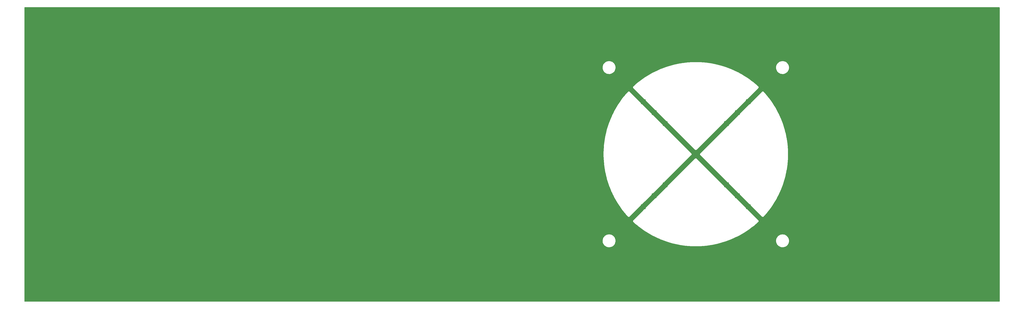
<source format=gbr>
%TF.GenerationSoftware,KiCad,Pcbnew,(6.0.5)*%
%TF.CreationDate,2022-12-19T16:28:52-07:00*%
%TF.ProjectId,Front_panel,46726f6e-745f-4706-916e-656c2e6b6963,rev?*%
%TF.SameCoordinates,Original*%
%TF.FileFunction,Copper,L1,Top*%
%TF.FilePolarity,Positive*%
%FSLAX46Y46*%
G04 Gerber Fmt 4.6, Leading zero omitted, Abs format (unit mm)*
G04 Created by KiCad (PCBNEW (6.0.5)) date 2022-12-19 16:28:52*
%MOMM*%
%LPD*%
G01*
G04 APERTURE LIST*
G04 APERTURE END LIST*
%TA.AperFunction,NonConductor*%
G36*
X402433621Y-528502D02*
G01*
X402480114Y-582158D01*
X402491500Y-634500D01*
X402491500Y-121865500D01*
X402471498Y-121933621D01*
X402417842Y-121980114D01*
X402365500Y-121991500D01*
X634500Y-121991500D01*
X566379Y-121971498D01*
X519886Y-121917842D01*
X508500Y-121865500D01*
X508500Y-96872110D01*
X238836787Y-96872110D01*
X238836976Y-96875903D01*
X238838175Y-96900000D01*
X238847526Y-97087823D01*
X238852725Y-97192262D01*
X238853366Y-97195993D01*
X238853367Y-97196001D01*
X238898907Y-97461022D01*
X238907010Y-97508180D01*
X238908098Y-97511819D01*
X238908099Y-97511822D01*
X238993954Y-97798900D01*
X238998855Y-97815289D01*
X239126930Y-98109140D01*
X239289379Y-98385475D01*
X239483850Y-98640294D01*
X239707526Y-98869903D01*
X239957166Y-99070978D01*
X240229155Y-99240605D01*
X240519552Y-99376329D01*
X240824151Y-99476181D01*
X241138541Y-99538717D01*
X241142313Y-99539004D01*
X241142321Y-99539005D01*
X241454389Y-99562743D01*
X241454394Y-99562743D01*
X241458166Y-99563030D01*
X241778397Y-99548769D01*
X241782135Y-99548147D01*
X241782143Y-99548146D01*
X242090853Y-99496762D01*
X242090856Y-99496761D01*
X242094595Y-99496139D01*
X242402181Y-99405903D01*
X242405648Y-99404413D01*
X242405652Y-99404412D01*
X242693209Y-99280868D01*
X242696698Y-99279369D01*
X242699975Y-99277465D01*
X242699982Y-99277462D01*
X242860814Y-99184042D01*
X242973880Y-99118368D01*
X242976906Y-99116084D01*
X242976913Y-99116079D01*
X243226686Y-98927519D01*
X243229713Y-98925234D01*
X243460491Y-98702764D01*
X243513803Y-98637281D01*
X243660479Y-98457117D01*
X243660480Y-98457116D01*
X243662870Y-98454180D01*
X243704318Y-98388490D01*
X243831892Y-98186296D01*
X243831894Y-98186293D01*
X243833919Y-98183083D01*
X243862771Y-98122185D01*
X243969532Y-97896838D01*
X243971161Y-97893400D01*
X243980687Y-97864849D01*
X244071410Y-97592915D01*
X244072607Y-97589328D01*
X244136788Y-97275271D01*
X244162775Y-96955777D01*
X244163359Y-96900000D01*
X244161907Y-96875903D01*
X244144297Y-96583810D01*
X244144297Y-96583806D01*
X244144069Y-96580032D01*
X244086479Y-96264700D01*
X244076424Y-96232316D01*
X243992545Y-95962185D01*
X243991423Y-95958570D01*
X243979749Y-95932532D01*
X243899189Y-95752860D01*
X243860278Y-95666076D01*
X243694944Y-95391457D01*
X243692617Y-95388473D01*
X243692612Y-95388466D01*
X243500151Y-95141684D01*
X243500149Y-95141681D01*
X243497815Y-95138689D01*
X243271747Y-94911434D01*
X243020015Y-94712985D01*
X242746265Y-94546215D01*
X242629558Y-94493151D01*
X242457915Y-94415109D01*
X242457907Y-94415106D01*
X242454463Y-94413540D01*
X242148834Y-94316883D01*
X241833807Y-94257642D01*
X241513945Y-94236678D01*
X241510165Y-94236886D01*
X241510164Y-94236886D01*
X241418163Y-94241949D01*
X241193881Y-94254292D01*
X241190154Y-94254953D01*
X241190150Y-94254953D01*
X240940887Y-94299129D01*
X240878251Y-94310230D01*
X240874626Y-94311335D01*
X240874621Y-94311336D01*
X240675460Y-94372036D01*
X240571628Y-94403682D01*
X240568164Y-94405213D01*
X240568157Y-94405216D01*
X240387281Y-94485180D01*
X240278452Y-94533293D01*
X240275198Y-94535229D01*
X240275192Y-94535232D01*
X240006229Y-94695249D01*
X240002970Y-94697188D01*
X239749174Y-94892990D01*
X239746473Y-94895649D01*
X239746466Y-94895655D01*
X239714744Y-94926883D01*
X239520739Y-95117865D01*
X239518375Y-95120832D01*
X239518372Y-95120835D01*
X239392568Y-95278710D01*
X239320974Y-95368555D01*
X239152773Y-95641428D01*
X239018572Y-95932532D01*
X239017413Y-95936133D01*
X239017410Y-95936139D01*
X238921907Y-96232706D01*
X238920315Y-96237650D01*
X238919596Y-96241366D01*
X238919594Y-96241374D01*
X238860145Y-96548643D01*
X238860144Y-96548652D01*
X238859426Y-96552362D01*
X238859159Y-96556138D01*
X238859158Y-96556143D01*
X238850534Y-96677951D01*
X238836787Y-96872110D01*
X508500Y-96872110D01*
X508500Y-88739264D01*
X251366453Y-88739264D01*
X251367657Y-88752299D01*
X251368288Y-88759134D01*
X251368475Y-88780052D01*
X251367685Y-88790690D01*
X251366996Y-88799961D01*
X251368869Y-88808734D01*
X251368869Y-88808737D01*
X251374361Y-88834463D01*
X251376603Y-88849182D01*
X251379846Y-88884305D01*
X251383146Y-88892649D01*
X251383146Y-88892651D01*
X251387184Y-88902862D01*
X251393236Y-88922890D01*
X251397403Y-88942410D01*
X251401666Y-88950310D01*
X251401666Y-88950311D01*
X251414156Y-88973459D01*
X251420439Y-88986956D01*
X251433409Y-89019756D01*
X251438920Y-89026841D01*
X251438922Y-89026845D01*
X251445660Y-89035507D01*
X251457093Y-89053037D01*
X251462307Y-89062701D01*
X251462309Y-89062704D01*
X251466569Y-89070599D01*
X251472875Y-89076983D01*
X251472876Y-89076984D01*
X251491355Y-89095691D01*
X251501172Y-89106880D01*
X251519839Y-89130880D01*
X251519844Y-89130885D01*
X251522835Y-89134731D01*
X251531975Y-89143335D01*
X251534883Y-89145328D01*
X251536395Y-89146608D01*
X252430133Y-89942018D01*
X252430895Y-89942654D01*
X253319476Y-90684486D01*
X253352769Y-90712281D01*
X254299295Y-91452991D01*
X254300113Y-91453590D01*
X254300123Y-91453598D01*
X255267961Y-92162818D01*
X255268765Y-92163407D01*
X256260209Y-92842819D01*
X256261052Y-92843358D01*
X256261053Y-92843359D01*
X256988051Y-93308476D01*
X257272637Y-93490548D01*
X258305036Y-94105947D01*
X258927034Y-94450541D01*
X259355514Y-94687924D01*
X259355535Y-94687935D01*
X259356374Y-94688400D01*
X260425600Y-95237324D01*
X260426483Y-95237742D01*
X260426500Y-95237751D01*
X260761268Y-95396450D01*
X261511645Y-95752172D01*
X262308655Y-96099582D01*
X262603057Y-96227909D01*
X262613424Y-96232428D01*
X263729835Y-96677612D01*
X263730770Y-96677951D01*
X264497057Y-96955777D01*
X264859762Y-97087280D01*
X265674142Y-97353729D01*
X266001078Y-97460696D01*
X266001089Y-97460699D01*
X266002075Y-97461022D01*
X266631782Y-97645225D01*
X267154641Y-97798173D01*
X267154652Y-97798176D01*
X267155633Y-97798463D01*
X267156618Y-97798718D01*
X267156623Y-97798719D01*
X267234170Y-97818765D01*
X268319282Y-98099268D01*
X268421224Y-98122208D01*
X269490912Y-98362921D01*
X269490932Y-98362925D01*
X269491860Y-98363134D01*
X269492791Y-98363313D01*
X269492816Y-98363318D01*
X270002314Y-98461159D01*
X270672193Y-98589799D01*
X271859101Y-98779036D01*
X273051399Y-98930655D01*
X273052381Y-98930748D01*
X273052395Y-98930750D01*
X274246905Y-99044411D01*
X274246912Y-99044412D01*
X274247894Y-99044505D01*
X275447391Y-99120472D01*
X276648689Y-99158480D01*
X277249026Y-99158485D01*
X277849607Y-99158491D01*
X277850589Y-99158491D01*
X277851567Y-99158460D01*
X277851572Y-99158460D01*
X278071483Y-99151506D01*
X279051888Y-99120506D01*
X280251386Y-99044562D01*
X280252342Y-99044471D01*
X280252368Y-99044469D01*
X281446908Y-98930827D01*
X281446923Y-98930825D01*
X281447883Y-98930734D01*
X281947719Y-98867182D01*
X282639186Y-98779265D01*
X282639193Y-98779264D01*
X282640184Y-98779138D01*
X283570464Y-98630836D01*
X283826163Y-98590073D01*
X283826170Y-98590072D01*
X283827097Y-98589924D01*
X283827988Y-98589753D01*
X283828016Y-98589748D01*
X285006514Y-98363459D01*
X285006535Y-98363455D01*
X285007434Y-98363282D01*
X286180016Y-98099437D01*
X286180937Y-98099199D01*
X287342724Y-97798900D01*
X287342737Y-97798897D01*
X287343671Y-97798655D01*
X288497235Y-97461235D01*
X289639556Y-97087516D01*
X290233713Y-96872110D01*
X310336787Y-96872110D01*
X310336976Y-96875903D01*
X310338175Y-96900000D01*
X310347526Y-97087823D01*
X310352725Y-97192262D01*
X310353366Y-97195993D01*
X310353367Y-97196001D01*
X310398907Y-97461022D01*
X310407010Y-97508180D01*
X310408098Y-97511819D01*
X310408099Y-97511822D01*
X310493954Y-97798900D01*
X310498855Y-97815289D01*
X310626930Y-98109140D01*
X310789379Y-98385475D01*
X310983850Y-98640294D01*
X311207526Y-98869903D01*
X311457166Y-99070978D01*
X311729155Y-99240605D01*
X312019552Y-99376329D01*
X312324151Y-99476181D01*
X312638541Y-99538717D01*
X312642313Y-99539004D01*
X312642321Y-99539005D01*
X312954389Y-99562743D01*
X312954394Y-99562743D01*
X312958166Y-99563030D01*
X313278397Y-99548769D01*
X313282135Y-99548147D01*
X313282143Y-99548146D01*
X313590853Y-99496762D01*
X313590856Y-99496761D01*
X313594595Y-99496139D01*
X313902181Y-99405903D01*
X313905648Y-99404413D01*
X313905652Y-99404412D01*
X314193209Y-99280868D01*
X314196698Y-99279369D01*
X314199975Y-99277465D01*
X314199982Y-99277462D01*
X314360814Y-99184042D01*
X314473880Y-99118368D01*
X314476906Y-99116084D01*
X314476913Y-99116079D01*
X314726686Y-98927519D01*
X314729713Y-98925234D01*
X314960491Y-98702764D01*
X315013803Y-98637281D01*
X315160479Y-98457117D01*
X315160480Y-98457116D01*
X315162870Y-98454180D01*
X315204318Y-98388490D01*
X315331892Y-98186296D01*
X315331894Y-98186293D01*
X315333919Y-98183083D01*
X315362771Y-98122185D01*
X315469532Y-97896838D01*
X315471161Y-97893400D01*
X315480687Y-97864849D01*
X315571410Y-97592915D01*
X315572607Y-97589328D01*
X315636788Y-97275271D01*
X315662775Y-96955777D01*
X315663359Y-96900000D01*
X315661907Y-96875903D01*
X315644297Y-96583810D01*
X315644297Y-96583806D01*
X315644069Y-96580032D01*
X315586479Y-96264700D01*
X315576424Y-96232316D01*
X315492545Y-95962185D01*
X315491423Y-95958570D01*
X315479749Y-95932532D01*
X315399189Y-95752860D01*
X315360278Y-95666076D01*
X315194944Y-95391457D01*
X315192617Y-95388473D01*
X315192612Y-95388466D01*
X315000151Y-95141684D01*
X315000149Y-95141681D01*
X314997815Y-95138689D01*
X314771747Y-94911434D01*
X314520015Y-94712985D01*
X314246265Y-94546215D01*
X314129558Y-94493151D01*
X313957915Y-94415109D01*
X313957907Y-94415106D01*
X313954463Y-94413540D01*
X313648834Y-94316883D01*
X313333807Y-94257642D01*
X313013945Y-94236678D01*
X313010165Y-94236886D01*
X313010164Y-94236886D01*
X312918163Y-94241949D01*
X312693881Y-94254292D01*
X312690154Y-94254953D01*
X312690150Y-94254953D01*
X312440887Y-94299129D01*
X312378251Y-94310230D01*
X312374626Y-94311335D01*
X312374621Y-94311336D01*
X312175460Y-94372036D01*
X312071628Y-94403682D01*
X312068164Y-94405213D01*
X312068157Y-94405216D01*
X311887281Y-94485180D01*
X311778452Y-94533293D01*
X311775198Y-94535229D01*
X311775192Y-94535232D01*
X311506229Y-94695249D01*
X311502970Y-94697188D01*
X311249174Y-94892990D01*
X311246473Y-94895649D01*
X311246466Y-94895655D01*
X311214744Y-94926883D01*
X311020739Y-95117865D01*
X311018375Y-95120832D01*
X311018372Y-95120835D01*
X310892568Y-95278710D01*
X310820974Y-95368555D01*
X310652773Y-95641428D01*
X310518572Y-95932532D01*
X310517413Y-95936133D01*
X310517410Y-95936139D01*
X310421907Y-96232706D01*
X310420315Y-96237650D01*
X310419596Y-96241366D01*
X310419594Y-96241374D01*
X310360145Y-96548643D01*
X310360144Y-96548652D01*
X310359426Y-96552362D01*
X310359159Y-96556138D01*
X310359158Y-96556143D01*
X310350534Y-96677951D01*
X310336787Y-96872110D01*
X290233713Y-96872110D01*
X290769490Y-96677869D01*
X291885910Y-96232706D01*
X291886805Y-96232316D01*
X292986806Y-95752860D01*
X292986817Y-95752855D01*
X292987698Y-95752471D01*
X293652330Y-95437413D01*
X294072857Y-95238069D01*
X294072870Y-95238062D01*
X294073753Y-95237644D01*
X294312269Y-95115199D01*
X295142105Y-94689194D01*
X295142138Y-94689177D01*
X295142990Y-94688739D01*
X296194339Y-94106307D01*
X297226749Y-93490928D01*
X298239189Y-92843218D01*
X298734249Y-92503979D01*
X299229854Y-92164367D01*
X299229866Y-92164359D01*
X299230646Y-92163824D01*
X300200130Y-91453427D01*
X301146670Y-90712735D01*
X301147405Y-90712121D01*
X301147429Y-90712102D01*
X302068562Y-89943123D01*
X302068576Y-89943111D01*
X302069321Y-89942489D01*
X302952687Y-89156340D01*
X302956039Y-89153572D01*
X302958146Y-89152202D01*
X302967493Y-89143823D01*
X302992292Y-89113500D01*
X303001280Y-89103628D01*
X303022750Y-89082419D01*
X303029137Y-89076110D01*
X303036928Y-89062083D01*
X303049544Y-89043494D01*
X303054019Y-89038023D01*
X303054021Y-89038020D01*
X303059705Y-89031070D01*
X303074997Y-88995002D01*
X303080852Y-88983006D01*
X303095507Y-88956623D01*
X303095507Y-88956622D01*
X303099865Y-88948777D01*
X303103407Y-88933122D01*
X303110296Y-88911750D01*
X303113057Y-88905239D01*
X303113059Y-88905233D01*
X303116563Y-88896968D01*
X303121116Y-88858072D01*
X303123368Y-88844913D01*
X303132013Y-88806711D01*
X303131019Y-88790689D01*
X303131632Y-88768236D01*
X303132454Y-88761213D01*
X303133498Y-88752299D01*
X303129469Y-88728532D01*
X303126951Y-88713684D01*
X303125420Y-88700423D01*
X303123551Y-88670291D01*
X303123551Y-88670289D01*
X303122995Y-88661333D01*
X303117544Y-88646233D01*
X303111834Y-88624521D01*
X303110651Y-88617545D01*
X303110650Y-88617541D01*
X303109149Y-88608690D01*
X303105225Y-88600618D01*
X303105224Y-88600614D01*
X303092024Y-88573458D01*
X303086832Y-88561159D01*
X303084801Y-88555531D01*
X303073537Y-88524330D01*
X303064066Y-88511365D01*
X303052491Y-88492128D01*
X303049397Y-88485763D01*
X303049396Y-88485761D01*
X303045472Y-88477689D01*
X303039439Y-88471041D01*
X303039437Y-88471038D01*
X303019151Y-88448683D01*
X303010721Y-88438343D01*
X303010389Y-88437888D01*
X303010386Y-88437885D01*
X303007517Y-88433957D01*
X302990980Y-88417420D01*
X302986767Y-88412999D01*
X302953618Y-88376469D01*
X302953615Y-88376466D01*
X302947587Y-88369824D01*
X302939936Y-88365140D01*
X302937313Y-88362968D01*
X302928579Y-88355017D01*
X298497881Y-83924236D01*
X298492942Y-83919006D01*
X298462032Y-83884347D01*
X298462030Y-83884345D01*
X298456056Y-83877647D01*
X298417188Y-83853387D01*
X298408373Y-83847349D01*
X298371711Y-83819871D01*
X298363301Y-83816718D01*
X298363299Y-83816717D01*
X298362925Y-83816577D01*
X298340453Y-83805490D01*
X298332493Y-83800522D01*
X298305611Y-83792980D01*
X298288406Y-83788153D01*
X298278212Y-83784819D01*
X298243728Y-83771891D01*
X298243726Y-83771891D01*
X298235322Y-83768740D01*
X298226370Y-83768075D01*
X298226367Y-83768074D01*
X298225971Y-83768045D01*
X298201276Y-83763708D01*
X298200894Y-83763601D01*
X298200893Y-83763601D01*
X298192250Y-83761176D01*
X298183276Y-83761274D01*
X298183273Y-83761274D01*
X298146465Y-83761678D01*
X298135745Y-83761339D01*
X298099017Y-83758609D01*
X298099015Y-83758609D01*
X298090066Y-83757944D01*
X298081292Y-83759817D01*
X298081290Y-83759817D01*
X298081012Y-83759877D01*
X298080888Y-83759903D01*
X298055990Y-83762670D01*
X298055868Y-83762671D01*
X298052121Y-83762712D01*
X297983784Y-83743470D01*
X297936697Y-83690334D01*
X297925813Y-83620177D01*
X297926910Y-83614046D01*
X297927044Y-83612379D01*
X297929025Y-83603625D01*
X297928236Y-83590905D01*
X297929007Y-83567167D01*
X297929485Y-83563422D01*
X297929485Y-83563419D01*
X297930620Y-83554519D01*
X297923954Y-83512581D01*
X297922635Y-83500608D01*
X297920564Y-83467207D01*
X297920564Y-83467205D01*
X297920008Y-83458247D01*
X297915680Y-83446259D01*
X297909756Y-83423252D01*
X297909165Y-83419533D01*
X297907756Y-83410667D01*
X297903917Y-83402556D01*
X297903915Y-83402551D01*
X297889591Y-83372292D01*
X297884962Y-83361166D01*
X297873599Y-83329690D01*
X297870550Y-83321243D01*
X297863030Y-83310949D01*
X297850891Y-83290538D01*
X297849277Y-83287128D01*
X297845436Y-83279014D01*
X297817232Y-83247283D01*
X297809665Y-83237901D01*
X297807741Y-83235266D01*
X297804530Y-83230871D01*
X297790202Y-83216543D01*
X297785137Y-83211172D01*
X297748671Y-83170144D01*
X297741062Y-83165377D01*
X297734208Y-83159581D01*
X297734611Y-83159104D01*
X297725544Y-83151884D01*
X297705700Y-83132039D01*
X294003303Y-79429571D01*
X293997276Y-79423106D01*
X293969621Y-79391270D01*
X293963736Y-79384495D01*
X293921695Y-79357485D01*
X293914269Y-79352326D01*
X293874284Y-79322358D01*
X293865877Y-79319206D01*
X293858002Y-79314895D01*
X293858040Y-79314825D01*
X293856941Y-79314274D01*
X293856908Y-79314347D01*
X293848745Y-79310615D01*
X293841191Y-79305761D01*
X293793266Y-79291637D01*
X293784677Y-79288765D01*
X293783776Y-79288427D01*
X293765018Y-79281395D01*
X293746301Y-79274378D01*
X293746299Y-79274378D01*
X293737895Y-79271227D01*
X293728941Y-79270561D01*
X293720179Y-79268635D01*
X293720196Y-79268557D01*
X293718981Y-79268336D01*
X293718970Y-79268414D01*
X293710085Y-79267123D01*
X293701475Y-79264585D01*
X293692500Y-79264566D01*
X293692498Y-79264566D01*
X293651523Y-79264480D01*
X293642449Y-79264133D01*
X293601591Y-79261096D01*
X293601588Y-79261096D01*
X293592639Y-79260431D01*
X293583863Y-79262304D01*
X293574903Y-79262915D01*
X293574898Y-79262837D01*
X293573652Y-79262967D01*
X293573663Y-79263046D01*
X293570285Y-79263522D01*
X293569477Y-79263404D01*
X293560996Y-79264290D01*
X293555818Y-79264279D01*
X293555814Y-79264279D01*
X293555820Y-79261401D01*
X293500040Y-79253221D01*
X293446515Y-79206578D01*
X293426704Y-79138401D01*
X293428418Y-79123258D01*
X293428332Y-79123251D01*
X293429052Y-79114304D01*
X293431033Y-79105548D01*
X293430477Y-79096586D01*
X293430625Y-79094747D01*
X293431430Y-79074391D01*
X293431428Y-79072556D01*
X293432688Y-79063672D01*
X293430830Y-79050814D01*
X293425974Y-79017225D01*
X293424920Y-79006998D01*
X293422572Y-78969132D01*
X293422572Y-78969131D01*
X293422016Y-78960170D01*
X293418967Y-78951725D01*
X293418593Y-78949918D01*
X293413662Y-78930192D01*
X293413136Y-78928400D01*
X293411851Y-78919512D01*
X293408125Y-78911346D01*
X293408124Y-78911342D01*
X293392370Y-78876815D01*
X293388488Y-78867295D01*
X293375608Y-78831615D01*
X293372558Y-78823166D01*
X293367259Y-78815912D01*
X293366391Y-78814280D01*
X293356109Y-78796711D01*
X293355118Y-78795165D01*
X293351390Y-78786995D01*
X293320713Y-78751486D01*
X293314318Y-78743442D01*
X293309419Y-78736736D01*
X293309411Y-78736727D01*
X293306538Y-78732794D01*
X293295285Y-78721541D01*
X293289034Y-78714818D01*
X293286195Y-78711532D01*
X293256167Y-78676774D01*
X293248626Y-78671901D01*
X293241855Y-78666009D01*
X293241873Y-78665989D01*
X293230736Y-78656991D01*
X292473933Y-77900173D01*
X290118393Y-75544589D01*
X289505662Y-74931846D01*
X289497832Y-74923258D01*
X289475466Y-74896330D01*
X289475464Y-74896329D01*
X289469732Y-74889427D01*
X289422487Y-74857576D01*
X289417370Y-74853937D01*
X289371780Y-74819769D01*
X289363380Y-74816620D01*
X289359947Y-74814740D01*
X289356401Y-74813023D01*
X289348957Y-74808005D01*
X289340402Y-74805277D01*
X289340398Y-74805275D01*
X289294689Y-74790699D01*
X289288739Y-74788637D01*
X289243797Y-74771789D01*
X289243795Y-74771788D01*
X289235391Y-74768638D01*
X289226440Y-74767973D01*
X289222606Y-74767130D01*
X289218734Y-74766480D01*
X289210184Y-74763753D01*
X289157689Y-74762482D01*
X289153233Y-74762374D01*
X289146945Y-74762064D01*
X289099089Y-74758507D01*
X289099086Y-74758507D01*
X289090135Y-74757842D01*
X289081356Y-74759716D01*
X289077457Y-74759982D01*
X289073548Y-74760445D01*
X289064569Y-74760228D01*
X289060852Y-74761218D01*
X288993397Y-74749806D01*
X288940909Y-74701998D01*
X288922602Y-74633403D01*
X288924955Y-74614470D01*
X288925279Y-74610446D01*
X288927260Y-74601690D01*
X288926704Y-74592730D01*
X288927170Y-74586940D01*
X288927303Y-74581175D01*
X288928780Y-74572322D01*
X288922277Y-74518029D01*
X288921625Y-74510844D01*
X288918799Y-74465273D01*
X288918799Y-74465271D01*
X288918243Y-74456312D01*
X288915195Y-74447870D01*
X288914019Y-74442189D01*
X288912525Y-74436606D01*
X288911458Y-74427697D01*
X288889976Y-74377404D01*
X288887345Y-74370721D01*
X288871833Y-74327752D01*
X288868785Y-74319309D01*
X288863490Y-74312060D01*
X288860776Y-74306956D01*
X288857768Y-74302005D01*
X288854241Y-74293748D01*
X288819525Y-74251528D01*
X288815106Y-74245830D01*
X288805636Y-74232866D01*
X288802765Y-74228936D01*
X288796884Y-74223055D01*
X288788655Y-74213986D01*
X288767430Y-74188173D01*
X288761730Y-74181241D01*
X288750609Y-74173663D01*
X288732464Y-74158634D01*
X287979507Y-73405662D01*
X277615645Y-63041602D01*
X277615102Y-63041056D01*
X277566892Y-62992252D01*
X277566889Y-62992250D01*
X277560583Y-62985866D01*
X277534728Y-62971505D01*
X277520358Y-62962191D01*
X277496688Y-62944451D01*
X277472641Y-62935436D01*
X277455697Y-62927606D01*
X277441099Y-62919497D01*
X277441095Y-62919495D01*
X277433250Y-62915138D01*
X277424496Y-62913157D01*
X277424491Y-62913155D01*
X277404404Y-62908609D01*
X277387992Y-62903701D01*
X277360300Y-62893320D01*
X277351348Y-62892655D01*
X277351345Y-62892654D01*
X277334697Y-62891417D01*
X277316229Y-62888657D01*
X277299940Y-62884971D01*
X277299937Y-62884971D01*
X277291184Y-62882990D01*
X277261677Y-62884820D01*
X277244540Y-62884716D01*
X277215043Y-62882524D01*
X277206270Y-62884397D01*
X277206267Y-62884397D01*
X277189929Y-62887885D01*
X277171425Y-62890419D01*
X277145807Y-62892008D01*
X277124890Y-62899559D01*
X277117995Y-62902048D01*
X277101518Y-62906757D01*
X277072594Y-62912931D01*
X277060425Y-62919497D01*
X277049998Y-62925123D01*
X277032950Y-62932749D01*
X277017245Y-62938418D01*
X277017242Y-62938419D01*
X277008803Y-62941466D01*
X277001558Y-62946759D01*
X276984926Y-62958909D01*
X276970429Y-62968055D01*
X276944405Y-62982097D01*
X276938024Y-62988401D01*
X276938022Y-62988402D01*
X276919904Y-63006300D01*
X276919326Y-63006832D01*
X276918430Y-63007486D01*
X276916312Y-63009604D01*
X276896596Y-63029319D01*
X276896052Y-63029861D01*
X276884167Y-63041602D01*
X276840781Y-63084460D01*
X276840101Y-63085683D01*
X276839214Y-63086700D01*
X265772807Y-74152897D01*
X265761683Y-74161884D01*
X265761703Y-74161907D01*
X265754932Y-74167797D01*
X265747392Y-74172669D01*
X265741524Y-74179460D01*
X265714501Y-74210732D01*
X265708259Y-74217444D01*
X265699179Y-74226524D01*
X265690852Y-74237635D01*
X265685364Y-74244450D01*
X265658027Y-74276086D01*
X265658025Y-74276090D01*
X265652157Y-74282880D01*
X265648431Y-74291045D01*
X265643621Y-74298543D01*
X265639331Y-74306378D01*
X265633945Y-74313564D01*
X265630794Y-74321970D01*
X265630793Y-74321971D01*
X265616122Y-74361105D01*
X265612769Y-74369184D01*
X265595409Y-74407223D01*
X265595407Y-74407230D01*
X265591683Y-74415390D01*
X265590398Y-74424274D01*
X265587879Y-74432844D01*
X265585966Y-74441545D01*
X265582814Y-74449953D01*
X265580064Y-74486952D01*
X265579051Y-74500585D01*
X265578100Y-74509286D01*
X265572114Y-74550662D01*
X265572114Y-74550666D01*
X265570829Y-74559548D01*
X265572089Y-74568438D01*
X265572077Y-74577363D01*
X265572683Y-74586259D01*
X265572018Y-74595209D01*
X265575164Y-74609947D01*
X265569823Y-74680741D01*
X265527056Y-74737410D01*
X265460439Y-74761962D01*
X265447587Y-74761481D01*
X265447587Y-74761634D01*
X265447555Y-74761634D01*
X265445576Y-74761633D01*
X265442516Y-74761291D01*
X265434060Y-74760974D01*
X265431650Y-74760629D01*
X265424623Y-74760064D01*
X265415866Y-74758082D01*
X265376220Y-74760541D01*
X265362885Y-74761368D01*
X265355054Y-74761610D01*
X265310939Y-74761599D01*
X265310938Y-74761599D01*
X265301961Y-74761597D01*
X265293343Y-74764115D01*
X265286369Y-74765112D01*
X265279454Y-74766544D01*
X265270488Y-74767100D01*
X265220547Y-74785128D01*
X265213107Y-74787555D01*
X265203951Y-74790230D01*
X265162148Y-74802443D01*
X265154582Y-74807278D01*
X265148152Y-74810200D01*
X265141925Y-74813511D01*
X265133485Y-74816558D01*
X265126241Y-74821850D01*
X265126239Y-74821851D01*
X265090618Y-74847873D01*
X265084151Y-74852295D01*
X265039418Y-74880887D01*
X265033516Y-74887649D01*
X265005288Y-74919991D01*
X264999455Y-74926234D01*
X261272067Y-78653552D01*
X261263328Y-78661507D01*
X261260725Y-78663663D01*
X261253071Y-78668348D01*
X261247041Y-78674992D01*
X261247040Y-78674993D01*
X261213878Y-78711532D01*
X261209670Y-78715947D01*
X261198493Y-78727124D01*
X261198485Y-78727133D01*
X261195321Y-78730297D01*
X261192641Y-78733873D01*
X261192639Y-78733875D01*
X261191630Y-78735222D01*
X261184110Y-78744332D01*
X261155180Y-78776208D01*
X261151255Y-78784281D01*
X261151254Y-78784283D01*
X261149865Y-78787140D01*
X261137378Y-78807607D01*
X261130086Y-78817337D01*
X261114975Y-78857646D01*
X261110318Y-78868492D01*
X261091498Y-78907206D01*
X261089997Y-78916053D01*
X261089997Y-78916054D01*
X261089465Y-78919191D01*
X261083222Y-78942346D01*
X261078956Y-78953726D01*
X261078291Y-78962677D01*
X261075766Y-78996644D01*
X261074340Y-79008369D01*
X261067141Y-79050814D01*
X261068184Y-79059728D01*
X261068184Y-79059735D01*
X261068553Y-79062888D01*
X261069061Y-79086864D01*
X261068160Y-79098982D01*
X261070033Y-79107755D01*
X261070033Y-79107759D01*
X261071139Y-79112939D01*
X261065796Y-79183734D01*
X261023027Y-79240403D01*
X260956410Y-79264952D01*
X260931007Y-79262978D01*
X260930982Y-79263288D01*
X260922031Y-79262568D01*
X260913277Y-79260587D01*
X260867302Y-79263438D01*
X260856710Y-79263649D01*
X260810625Y-79262619D01*
X260801834Y-79264978D01*
X260776986Y-79269040D01*
X260767899Y-79269604D01*
X260759458Y-79272651D01*
X260759459Y-79272651D01*
X260724573Y-79285245D01*
X260714442Y-79288427D01*
X260669943Y-79300366D01*
X260662165Y-79305099D01*
X260639458Y-79315970D01*
X260630895Y-79319062D01*
X260593688Y-79346242D01*
X260584881Y-79352123D01*
X260545511Y-79376080D01*
X260505610Y-79419808D01*
X260501630Y-79423975D01*
X256773273Y-83152261D01*
X256766741Y-83158123D01*
X256760595Y-83161767D01*
X256746512Y-83176852D01*
X256717503Y-83207925D01*
X256714496Y-83211036D01*
X256697244Y-83228288D01*
X256694553Y-83231879D01*
X256691616Y-83235266D01*
X256691560Y-83235217D01*
X256687516Y-83240046D01*
X256680756Y-83247287D01*
X256661196Y-83268239D01*
X256657160Y-83276252D01*
X256657158Y-83276255D01*
X256653703Y-83283115D01*
X256641997Y-83302002D01*
X256632010Y-83315328D01*
X256626626Y-83329690D01*
X256618471Y-83351442D01*
X256613025Y-83363883D01*
X256595677Y-83398328D01*
X256592662Y-83414705D01*
X256586727Y-83436117D01*
X256584030Y-83443311D01*
X256580879Y-83451717D01*
X256580214Y-83460668D01*
X256578020Y-83490176D01*
X256576284Y-83503649D01*
X256574077Y-83515637D01*
X256569301Y-83541579D01*
X256570219Y-83550508D01*
X256571004Y-83558150D01*
X256571317Y-83580370D01*
X256570083Y-83596973D01*
X256571957Y-83605751D01*
X256571957Y-83605754D01*
X256572906Y-83610202D01*
X256572566Y-83614702D01*
X256572567Y-83614710D01*
X256572566Y-83614710D01*
X256567565Y-83680997D01*
X256524796Y-83737666D01*
X256458179Y-83762216D01*
X256433504Y-83760300D01*
X256433471Y-83760715D01*
X256424516Y-83759995D01*
X256415764Y-83758014D01*
X256373930Y-83760609D01*
X256361680Y-83760772D01*
X256332481Y-83759737D01*
X256328757Y-83759605D01*
X256319783Y-83759287D01*
X256311082Y-83761500D01*
X256311076Y-83761501D01*
X256306903Y-83762563D01*
X256283641Y-83766210D01*
X256279351Y-83766476D01*
X256279350Y-83766476D01*
X256270387Y-83767032D01*
X256261942Y-83770081D01*
X256261940Y-83770081D01*
X256230971Y-83781261D01*
X256219251Y-83784858D01*
X256178621Y-83795193D01*
X256170889Y-83799760D01*
X256170885Y-83799762D01*
X256167175Y-83801953D01*
X256145881Y-83811978D01*
X256143355Y-83812890D01*
X256133383Y-83816490D01*
X256126139Y-83821782D01*
X256126137Y-83821783D01*
X256099538Y-83841215D01*
X256089304Y-83847953D01*
X256053209Y-83869274D01*
X256047074Y-83875823D01*
X256047073Y-83875824D01*
X256009664Y-83915759D01*
X256006804Y-83918714D01*
X255554288Y-84371221D01*
X251570252Y-88355182D01*
X251566073Y-88358894D01*
X251561661Y-88361449D01*
X251555472Y-88367942D01*
X251555470Y-88367944D01*
X251515470Y-88409913D01*
X251513356Y-88412077D01*
X251494157Y-88431276D01*
X251491471Y-88434860D01*
X251491170Y-88435207D01*
X251487186Y-88439589D01*
X251461167Y-88466889D01*
X251457050Y-88474857D01*
X251457046Y-88474863D01*
X251452004Y-88484623D01*
X251440891Y-88502347D01*
X251428923Y-88518316D01*
X251425774Y-88526715D01*
X251425772Y-88526719D01*
X251416537Y-88551354D01*
X251410496Y-88564960D01*
X251394307Y-88596294D01*
X251392591Y-88605103D01*
X251390490Y-88615884D01*
X251384798Y-88636015D01*
X251377792Y-88654704D01*
X251377127Y-88663654D01*
X251375177Y-88689892D01*
X251373197Y-88704650D01*
X251366453Y-88739264D01*
X508500Y-88739264D01*
X508500Y-61750589D01*
X239241509Y-61750589D01*
X239279494Y-62951888D01*
X239355438Y-64151386D01*
X239355529Y-64152342D01*
X239355531Y-64152368D01*
X239439601Y-65036066D01*
X239469266Y-65347883D01*
X239620862Y-66540184D01*
X239642587Y-66676460D01*
X239785789Y-67574745D01*
X239810076Y-67727097D01*
X239810247Y-67727988D01*
X239810252Y-67728016D01*
X239999666Y-68714469D01*
X240036718Y-68907434D01*
X240300563Y-70080016D01*
X240300800Y-70080933D01*
X240300801Y-70080937D01*
X240544128Y-71022310D01*
X240601345Y-71243671D01*
X240938765Y-72397235D01*
X241312484Y-73539556D01*
X241312814Y-73540466D01*
X241700544Y-74609945D01*
X241722131Y-74669490D01*
X242167294Y-75785910D01*
X242167682Y-75786800D01*
X242167684Y-75786805D01*
X242540688Y-76642575D01*
X242647529Y-76887698D01*
X242819931Y-77251390D01*
X243127477Y-77900173D01*
X243162356Y-77973753D01*
X243162816Y-77974649D01*
X243710806Y-79042105D01*
X243710823Y-79042138D01*
X243711261Y-79042990D01*
X244173554Y-79877476D01*
X244280184Y-80069953D01*
X244293693Y-80094339D01*
X244294201Y-80095191D01*
X244772109Y-80896968D01*
X244909072Y-81126749D01*
X244909596Y-81127568D01*
X245519055Y-82080217D01*
X245556782Y-82139189D01*
X245557357Y-82140028D01*
X246115174Y-82954064D01*
X246236176Y-83130646D01*
X246946573Y-84100130D01*
X246947185Y-84100912D01*
X247452413Y-84746549D01*
X247687265Y-85046670D01*
X247687879Y-85047405D01*
X247687898Y-85047429D01*
X248303300Y-85784597D01*
X248457511Y-85969321D01*
X249229478Y-86836751D01*
X249243658Y-86852685D01*
X249246428Y-86856039D01*
X249247798Y-86858146D01*
X249256177Y-86867493D01*
X249259948Y-86870577D01*
X249259949Y-86870578D01*
X249286500Y-86892292D01*
X249296372Y-86901280D01*
X249323890Y-86929137D01*
X249337917Y-86936928D01*
X249356506Y-86949544D01*
X249361977Y-86954019D01*
X249361980Y-86954021D01*
X249368930Y-86959705D01*
X249401554Y-86973537D01*
X249404995Y-86974996D01*
X249416991Y-86980850D01*
X249451223Y-86999865D01*
X249466877Y-87003407D01*
X249488250Y-87010296D01*
X249494761Y-87013057D01*
X249494767Y-87013059D01*
X249503032Y-87016563D01*
X249541928Y-87021116D01*
X249555078Y-87023367D01*
X249593289Y-87032013D01*
X249609311Y-87031019D01*
X249631761Y-87031632D01*
X249647701Y-87033498D01*
X249656548Y-87031998D01*
X249656550Y-87031998D01*
X249677653Y-87028420D01*
X249686318Y-87026951D01*
X249699576Y-87025420D01*
X249706660Y-87024981D01*
X249729709Y-87023551D01*
X249729711Y-87023551D01*
X249738667Y-87022995D01*
X249747107Y-87019948D01*
X249747108Y-87019948D01*
X249753767Y-87017544D01*
X249775479Y-87011834D01*
X249782455Y-87010651D01*
X249782459Y-87010650D01*
X249791310Y-87009149D01*
X249799382Y-87005225D01*
X249799386Y-87005224D01*
X249826542Y-86992024D01*
X249838837Y-86986834D01*
X249875670Y-86973537D01*
X249888635Y-86964066D01*
X249907872Y-86952491D01*
X249914237Y-86949397D01*
X249914239Y-86949396D01*
X249922311Y-86945472D01*
X249928959Y-86939439D01*
X249928962Y-86939437D01*
X249951317Y-86919151D01*
X249961657Y-86910721D01*
X249962112Y-86910389D01*
X249962115Y-86910386D01*
X249966043Y-86907517D01*
X249982580Y-86890980D01*
X249987001Y-86886767D01*
X250023531Y-86853618D01*
X250023534Y-86853615D01*
X250030176Y-86847587D01*
X250034860Y-86839936D01*
X250037032Y-86837313D01*
X250044983Y-86828579D01*
X254475764Y-82397881D01*
X254480994Y-82392942D01*
X254515651Y-82362034D01*
X254515654Y-82362031D01*
X254522353Y-82356056D01*
X254546603Y-82317205D01*
X254552659Y-82308364D01*
X254554869Y-82305416D01*
X254580130Y-82271711D01*
X254583423Y-82262927D01*
X254594518Y-82240440D01*
X254594726Y-82240106D01*
X254599478Y-82232493D01*
X254611847Y-82188406D01*
X254615181Y-82178213D01*
X254628108Y-82143729D01*
X254631260Y-82135322D01*
X254631955Y-82125971D01*
X254636292Y-82101276D01*
X254636399Y-82100894D01*
X254636399Y-82100893D01*
X254638824Y-82092250D01*
X254638322Y-82046465D01*
X254638661Y-82035745D01*
X254641391Y-81999017D01*
X254641391Y-81999015D01*
X254642056Y-81990066D01*
X254640097Y-81980888D01*
X254637330Y-81955990D01*
X254637329Y-81955870D01*
X254637288Y-81952122D01*
X254656530Y-81883785D01*
X254709665Y-81836699D01*
X254779822Y-81825814D01*
X254785954Y-81826911D01*
X254787621Y-81827045D01*
X254796375Y-81829026D01*
X254806074Y-81828424D01*
X254809098Y-81828237D01*
X254832834Y-81829007D01*
X254845481Y-81830620D01*
X254887419Y-81823955D01*
X254899378Y-81822637D01*
X254925892Y-81820992D01*
X254932792Y-81820564D01*
X254932793Y-81820564D01*
X254941753Y-81820008D01*
X254950194Y-81816961D01*
X254950199Y-81816960D01*
X254953741Y-81815681D01*
X254976746Y-81809757D01*
X254980467Y-81809166D01*
X254980471Y-81809165D01*
X254989333Y-81807756D01*
X255027709Y-81789590D01*
X255038836Y-81784961D01*
X255070316Y-81773597D01*
X255070317Y-81773596D01*
X255078756Y-81770550D01*
X255086000Y-81765258D01*
X255086004Y-81765256D01*
X255089048Y-81763032D01*
X255109458Y-81750894D01*
X255112871Y-81749278D01*
X255112874Y-81749276D01*
X255120986Y-81745436D01*
X255152719Y-81717232D01*
X255162094Y-81709670D01*
X255165198Y-81707402D01*
X255165199Y-81707401D01*
X255169129Y-81704530D01*
X255183457Y-81690202D01*
X255188828Y-81685137D01*
X255229856Y-81648671D01*
X255234623Y-81641062D01*
X255240419Y-81634208D01*
X255240896Y-81634611D01*
X255248116Y-81625544D01*
X256198537Y-80675142D01*
X258916867Y-77956864D01*
X258970429Y-77903303D01*
X258976894Y-77897276D01*
X259008730Y-77869621D01*
X259015505Y-77863736D01*
X259042515Y-77821695D01*
X259047674Y-77814269D01*
X259077642Y-77774284D01*
X259080793Y-77765878D01*
X259085105Y-77758003D01*
X259085173Y-77758040D01*
X259085726Y-77756938D01*
X259085655Y-77756905D01*
X259089387Y-77748743D01*
X259094239Y-77741191D01*
X259096776Y-77732582D01*
X259096778Y-77732578D01*
X259108362Y-77693273D01*
X259111240Y-77684664D01*
X259125622Y-77646300D01*
X259125623Y-77646296D01*
X259128772Y-77637896D01*
X259129437Y-77628947D01*
X259131365Y-77620180D01*
X259131442Y-77620197D01*
X259131664Y-77618980D01*
X259131587Y-77618969D01*
X259132879Y-77610082D01*
X259135415Y-77601475D01*
X259135434Y-77592501D01*
X259135520Y-77551510D01*
X259135867Y-77542436D01*
X259138903Y-77501591D01*
X259138903Y-77501588D01*
X259139568Y-77492639D01*
X259137695Y-77483862D01*
X259137084Y-77474904D01*
X259137162Y-77474899D01*
X259137032Y-77473657D01*
X259136954Y-77473668D01*
X259136478Y-77470291D01*
X259136596Y-77469484D01*
X259135710Y-77461001D01*
X259135721Y-77455815D01*
X259138600Y-77455821D01*
X259146777Y-77400046D01*
X259193418Y-77346519D01*
X259261594Y-77326705D01*
X259276741Y-77328420D01*
X259276748Y-77328333D01*
X259285697Y-77329053D01*
X259294452Y-77331034D01*
X259303414Y-77330478D01*
X259305240Y-77330625D01*
X259325604Y-77331430D01*
X259327443Y-77331428D01*
X259336328Y-77332688D01*
X259382782Y-77325974D01*
X259392986Y-77324922D01*
X259424615Y-77322960D01*
X259430868Y-77322572D01*
X259439830Y-77322016D01*
X259448272Y-77318968D01*
X259450085Y-77318593D01*
X259469823Y-77313658D01*
X259471602Y-77313135D01*
X259480488Y-77311851D01*
X259523193Y-77292367D01*
X259532694Y-77288492D01*
X259561240Y-77278187D01*
X259568393Y-77275605D01*
X259568394Y-77275604D01*
X259576833Y-77272558D01*
X259584077Y-77267266D01*
X259585693Y-77266407D01*
X259603293Y-77256107D01*
X259604837Y-77255116D01*
X259613005Y-77251390D01*
X259619800Y-77245519D01*
X259619804Y-77245517D01*
X259648514Y-77220714D01*
X259656557Y-77214319D01*
X259663271Y-77209414D01*
X259663282Y-77209405D01*
X259667206Y-77206538D01*
X259678459Y-77195285D01*
X259685182Y-77189034D01*
X259698897Y-77177185D01*
X259723226Y-77156167D01*
X259728099Y-77148626D01*
X259733991Y-77141855D01*
X259734011Y-77141873D01*
X259743009Y-77130736D01*
X259760495Y-77113251D01*
X262650745Y-74223055D01*
X263468154Y-73405662D01*
X263476742Y-73397832D01*
X263503670Y-73375466D01*
X263503671Y-73375464D01*
X263510573Y-73369732D01*
X263542424Y-73322487D01*
X263546070Y-73317360D01*
X263580231Y-73271780D01*
X263583380Y-73263380D01*
X263585260Y-73259947D01*
X263586977Y-73256400D01*
X263591995Y-73248957D01*
X263609310Y-73194658D01*
X263611362Y-73188738D01*
X263614846Y-73179446D01*
X263631361Y-73135392D01*
X263632027Y-73126435D01*
X263632869Y-73122603D01*
X263633517Y-73118744D01*
X263636247Y-73110184D01*
X263637626Y-73053217D01*
X263637936Y-73046927D01*
X263641492Y-72999085D01*
X263641492Y-72999083D01*
X263642157Y-72990135D01*
X263640284Y-72981362D01*
X263640017Y-72977441D01*
X263639555Y-72973544D01*
X263639772Y-72964569D01*
X263638783Y-72960856D01*
X263650191Y-72893403D01*
X263697996Y-72840914D01*
X263766591Y-72822603D01*
X263785529Y-72824956D01*
X263789555Y-72825280D01*
X263798310Y-72827261D01*
X263807272Y-72826705D01*
X263813038Y-72827169D01*
X263818819Y-72827302D01*
X263827678Y-72828780D01*
X263881962Y-72822278D01*
X263889147Y-72821626D01*
X263934726Y-72818799D01*
X263934727Y-72818799D01*
X263943688Y-72818243D01*
X263952132Y-72815195D01*
X263957814Y-72814018D01*
X263963393Y-72812525D01*
X263972303Y-72811458D01*
X264022596Y-72789976D01*
X264029279Y-72787345D01*
X264038867Y-72783884D01*
X264080691Y-72768785D01*
X264087940Y-72763490D01*
X264093044Y-72760776D01*
X264097995Y-72757768D01*
X264106252Y-72754241D01*
X264113185Y-72748540D01*
X264113187Y-72748539D01*
X264148469Y-72719527D01*
X264154160Y-72715114D01*
X264171064Y-72702765D01*
X264176945Y-72696884D01*
X264186014Y-72688655D01*
X264211827Y-72667430D01*
X264218759Y-72661730D01*
X264226337Y-72650609D01*
X264241366Y-72632464D01*
X264474913Y-72398922D01*
X275358398Y-61515645D01*
X275358944Y-61515102D01*
X275407748Y-61466892D01*
X275407750Y-61466889D01*
X275414134Y-61460583D01*
X275428495Y-61434728D01*
X275437809Y-61420358D01*
X275455549Y-61396688D01*
X275464560Y-61372651D01*
X275472394Y-61355696D01*
X275480504Y-61341096D01*
X275480504Y-61341095D01*
X275484862Y-61333250D01*
X275491390Y-61304403D01*
X275496298Y-61287990D01*
X275506679Y-61260300D01*
X275508582Y-61234700D01*
X275511342Y-61216233D01*
X275515029Y-61199939D01*
X275515029Y-61199938D01*
X275517010Y-61191184D01*
X275516624Y-61184957D01*
X278982524Y-61184957D01*
X278984397Y-61193730D01*
X278984397Y-61193733D01*
X278987885Y-61210071D01*
X278990419Y-61228574D01*
X278992008Y-61254194D01*
X279002052Y-61282017D01*
X279006757Y-61298482D01*
X279012931Y-61327406D01*
X279017196Y-61335310D01*
X279025123Y-61350002D01*
X279032749Y-61367050D01*
X279041466Y-61391197D01*
X279058748Y-61414853D01*
X279058909Y-61415074D01*
X279068055Y-61429570D01*
X279082097Y-61455595D01*
X279088401Y-61461976D01*
X279088402Y-61461978D01*
X279106300Y-61480096D01*
X279106832Y-61480674D01*
X279107486Y-61481570D01*
X279109604Y-61483688D01*
X279129319Y-61503404D01*
X279129861Y-61503948D01*
X279184460Y-61559219D01*
X279185683Y-61559899D01*
X279186700Y-61560786D01*
X290252897Y-72627193D01*
X290261884Y-72638317D01*
X290261907Y-72638297D01*
X290267797Y-72645068D01*
X290272669Y-72652608D01*
X290289822Y-72667430D01*
X290310732Y-72685499D01*
X290317444Y-72691741D01*
X290326524Y-72700821D01*
X290330107Y-72703506D01*
X290330110Y-72703509D01*
X290337650Y-72709160D01*
X290344465Y-72714648D01*
X290382880Y-72747843D01*
X290391048Y-72751571D01*
X290398554Y-72756386D01*
X290406375Y-72760668D01*
X290413564Y-72766056D01*
X290461127Y-72783886D01*
X290469204Y-72787239D01*
X290500061Y-72801321D01*
X290515390Y-72808317D01*
X290524274Y-72809602D01*
X290532856Y-72812125D01*
X290541551Y-72814037D01*
X290549953Y-72817186D01*
X290575071Y-72819053D01*
X290600585Y-72820949D01*
X290609286Y-72821900D01*
X290650662Y-72827886D01*
X290650666Y-72827886D01*
X290659548Y-72829171D01*
X290668438Y-72827911D01*
X290677363Y-72827923D01*
X290686259Y-72827317D01*
X290695209Y-72827982D01*
X290709947Y-72824836D01*
X290780741Y-72830177D01*
X290837410Y-72872944D01*
X290861962Y-72939561D01*
X290861481Y-72952413D01*
X290861634Y-72952413D01*
X290861633Y-72954424D01*
X290861291Y-72957484D01*
X290860974Y-72965940D01*
X290860629Y-72968350D01*
X290860064Y-72975377D01*
X290858082Y-72984134D01*
X290859380Y-73005058D01*
X290861368Y-73037115D01*
X290861610Y-73044946D01*
X290861597Y-73098039D01*
X290864115Y-73106657D01*
X290865112Y-73113631D01*
X290866544Y-73120546D01*
X290867100Y-73129512D01*
X290872257Y-73143797D01*
X290885126Y-73179446D01*
X290887555Y-73186893D01*
X290902443Y-73237852D01*
X290907278Y-73245418D01*
X290910200Y-73251848D01*
X290913511Y-73258075D01*
X290916558Y-73266515D01*
X290921850Y-73273759D01*
X290921851Y-73273761D01*
X290947873Y-73309382D01*
X290952295Y-73315849D01*
X290980887Y-73360582D01*
X290987649Y-73366484D01*
X291019991Y-73394712D01*
X291026233Y-73400544D01*
X291852197Y-74226524D01*
X294753552Y-77127933D01*
X294761507Y-77136672D01*
X294763663Y-77139275D01*
X294768348Y-77146929D01*
X294774992Y-77152959D01*
X294774993Y-77152960D01*
X294811532Y-77186122D01*
X294815947Y-77190330D01*
X294827124Y-77201507D01*
X294827133Y-77201515D01*
X294830297Y-77204679D01*
X294833873Y-77207359D01*
X294833875Y-77207361D01*
X294835222Y-77208370D01*
X294844332Y-77215890D01*
X294876208Y-77244820D01*
X294884281Y-77248745D01*
X294884283Y-77248746D01*
X294887140Y-77250135D01*
X294907607Y-77262622D01*
X294917337Y-77269914D01*
X294957646Y-77285025D01*
X294968492Y-77289682D01*
X295007206Y-77308502D01*
X295016053Y-77310003D01*
X295016054Y-77310003D01*
X295019191Y-77310535D01*
X295042346Y-77316778D01*
X295053726Y-77321044D01*
X295096649Y-77324235D01*
X295108369Y-77325660D01*
X295150814Y-77332859D01*
X295159728Y-77331816D01*
X295159735Y-77331816D01*
X295162888Y-77331447D01*
X295186864Y-77330939D01*
X295198982Y-77331840D01*
X295207760Y-77329966D01*
X295207762Y-77329966D01*
X295212936Y-77328862D01*
X295283732Y-77334203D01*
X295340401Y-77376972D01*
X295364951Y-77443589D01*
X295362977Y-77468993D01*
X295363287Y-77469018D01*
X295362567Y-77477969D01*
X295360586Y-77486723D01*
X295361142Y-77495683D01*
X295363437Y-77532696D01*
X295363648Y-77543309D01*
X295363465Y-77551510D01*
X295362619Y-77589375D01*
X295364944Y-77598039D01*
X295364977Y-77598163D01*
X295369040Y-77623015D01*
X295369604Y-77632101D01*
X295372652Y-77640543D01*
X295385246Y-77675431D01*
X295388426Y-77685557D01*
X295400366Y-77730057D01*
X295405032Y-77737725D01*
X295405099Y-77737835D01*
X295415972Y-77760545D01*
X295419062Y-77769104D01*
X295424356Y-77776351D01*
X295446233Y-77806298D01*
X295452128Y-77815126D01*
X295456134Y-77821709D01*
X295476080Y-77854489D01*
X295519808Y-77894390D01*
X295523974Y-77898369D01*
X295644548Y-78018945D01*
X299252261Y-81626727D01*
X299258123Y-81633259D01*
X299261767Y-81639405D01*
X299307925Y-81682497D01*
X299311036Y-81685504D01*
X299328288Y-81702756D01*
X299331879Y-81705447D01*
X299335266Y-81708384D01*
X299335217Y-81708440D01*
X299340046Y-81712484D01*
X299368239Y-81738804D01*
X299376252Y-81742840D01*
X299376255Y-81742842D01*
X299383115Y-81746297D01*
X299402002Y-81758003D01*
X299415328Y-81767990D01*
X299451440Y-81781528D01*
X299463874Y-81786970D01*
X299498328Y-81804323D01*
X299507159Y-81805949D01*
X299507162Y-81805950D01*
X299514714Y-81807341D01*
X299536120Y-81813274D01*
X299543306Y-81815968D01*
X299543311Y-81815969D01*
X299551716Y-81819120D01*
X299590185Y-81821979D01*
X299603627Y-81823711D01*
X299641579Y-81830699D01*
X299650510Y-81829781D01*
X299650511Y-81829781D01*
X299658151Y-81828996D01*
X299680374Y-81828682D01*
X299696973Y-81829916D01*
X299708448Y-81827467D01*
X299710204Y-81827092D01*
X299780999Y-81832435D01*
X299837667Y-81875205D01*
X299862216Y-81941822D01*
X299860300Y-81966496D01*
X299860715Y-81966529D01*
X299859995Y-81975484D01*
X299858014Y-81984236D01*
X299858570Y-81993194D01*
X299860609Y-82026063D01*
X299860772Y-82038321D01*
X299859287Y-82080217D01*
X299861501Y-82088919D01*
X299862563Y-82093094D01*
X299866210Y-82116359D01*
X299867032Y-82129614D01*
X299870081Y-82138060D01*
X299881263Y-82169035D01*
X299884861Y-82180759D01*
X299895193Y-82221379D01*
X299899760Y-82229111D01*
X299899762Y-82229115D01*
X299901953Y-82232825D01*
X299911978Y-82254119D01*
X299916490Y-82266617D01*
X299921783Y-82273863D01*
X299921785Y-82273866D01*
X299941214Y-82300462D01*
X299947958Y-82310705D01*
X299969274Y-82346791D01*
X299975825Y-82352927D01*
X299975826Y-82352929D01*
X300015775Y-82390352D01*
X300018730Y-82393212D01*
X304455183Y-86829749D01*
X304458894Y-86833926D01*
X304461449Y-86838339D01*
X304492912Y-86868326D01*
X304509892Y-86884509D01*
X304512058Y-86886624D01*
X304531276Y-86905843D01*
X304534865Y-86908533D01*
X304535202Y-86908825D01*
X304539592Y-86912817D01*
X304560388Y-86932638D01*
X304560392Y-86932641D01*
X304566889Y-86938833D01*
X304574863Y-86942953D01*
X304574867Y-86942956D01*
X304584616Y-86947993D01*
X304602342Y-86959106D01*
X304618316Y-86971078D01*
X304633001Y-86976583D01*
X304651353Y-86983463D01*
X304664961Y-86989504D01*
X304696294Y-87005693D01*
X304714032Y-87009149D01*
X304715885Y-87009510D01*
X304736013Y-87015201D01*
X304746296Y-87019056D01*
X304746298Y-87019056D01*
X304754705Y-87022208D01*
X304763658Y-87022873D01*
X304763661Y-87022874D01*
X304789875Y-87024822D01*
X304804630Y-87026800D01*
X304830448Y-87031830D01*
X304830452Y-87031830D01*
X304839264Y-87033547D01*
X304859139Y-87031712D01*
X304880052Y-87031525D01*
X304891011Y-87032339D01*
X304891012Y-87032339D01*
X304899961Y-87033004D01*
X304908734Y-87031131D01*
X304908737Y-87031131D01*
X304934463Y-87025639D01*
X304949182Y-87023397D01*
X304951551Y-87023178D01*
X304984305Y-87020154D01*
X304992649Y-87016854D01*
X304992651Y-87016854D01*
X305002862Y-87012816D01*
X305022890Y-87006764D01*
X305025330Y-87006243D01*
X305042410Y-87002597D01*
X305073452Y-86985848D01*
X305086946Y-86979566D01*
X305111410Y-86969892D01*
X305111414Y-86969890D01*
X305119756Y-86966591D01*
X305135511Y-86954337D01*
X305153028Y-86942913D01*
X305170599Y-86933432D01*
X305195701Y-86908635D01*
X305206881Y-86898827D01*
X305230884Y-86880158D01*
X305230890Y-86880152D01*
X305234731Y-86877165D01*
X305243335Y-86868025D01*
X305245328Y-86865117D01*
X305246608Y-86863605D01*
X306042018Y-85969867D01*
X306615490Y-85282951D01*
X306811671Y-85047962D01*
X306811679Y-85047952D01*
X306812281Y-85047231D01*
X307552991Y-84100705D01*
X307554005Y-84099322D01*
X308262818Y-83132039D01*
X308262823Y-83132032D01*
X308263407Y-83131235D01*
X308264354Y-83129854D01*
X308620859Y-82609617D01*
X308942819Y-82139791D01*
X308980933Y-82080217D01*
X309590032Y-81128170D01*
X309590040Y-81128157D01*
X309590548Y-81127363D01*
X310205947Y-80094964D01*
X310550541Y-79472966D01*
X310787924Y-79044486D01*
X310787935Y-79044465D01*
X310788400Y-79043626D01*
X311337324Y-77974400D01*
X311338056Y-77972857D01*
X311851750Y-76889245D01*
X311852172Y-76888355D01*
X312332428Y-75786576D01*
X312777612Y-74670165D01*
X312931960Y-74244450D01*
X313186944Y-73541165D01*
X313186946Y-73541160D01*
X313187280Y-73540238D01*
X313561022Y-72397925D01*
X313898463Y-71244367D01*
X314199268Y-70080718D01*
X314342543Y-69444026D01*
X314462921Y-68909088D01*
X314462925Y-68909068D01*
X314463134Y-68908140D01*
X314463447Y-68906514D01*
X314686376Y-67745633D01*
X314689799Y-67727807D01*
X314879036Y-66540899D01*
X315030655Y-65348601D01*
X315060424Y-65035753D01*
X315144411Y-64153095D01*
X315144412Y-64153088D01*
X315144505Y-64152106D01*
X315220472Y-62952609D01*
X315258480Y-61751311D01*
X315258491Y-60549411D01*
X315220506Y-59348112D01*
X315144562Y-58148614D01*
X315144400Y-58146905D01*
X315030827Y-56953092D01*
X315030825Y-56953077D01*
X315030734Y-56952117D01*
X314879138Y-55759816D01*
X314726558Y-54802706D01*
X314690073Y-54573837D01*
X314690072Y-54573830D01*
X314689924Y-54572903D01*
X314590558Y-54055407D01*
X314463459Y-53393486D01*
X314463455Y-53393465D01*
X314463282Y-53392566D01*
X314199437Y-52219984D01*
X314167335Y-52095789D01*
X313898900Y-51057276D01*
X313898897Y-51057263D01*
X313898655Y-51056329D01*
X313561235Y-49902765D01*
X313187516Y-48760444D01*
X312934429Y-48062350D01*
X312778203Y-47631431D01*
X312778201Y-47631426D01*
X312777869Y-47630510D01*
X312332706Y-46514090D01*
X312209913Y-46232370D01*
X311852860Y-45413194D01*
X311852855Y-45413183D01*
X311852471Y-45412302D01*
X311515687Y-44701838D01*
X311338069Y-44327143D01*
X311338062Y-44327130D01*
X311337644Y-44326247D01*
X311119658Y-43901622D01*
X310789194Y-43257895D01*
X310789177Y-43257862D01*
X310788739Y-43257010D01*
X310219830Y-42230071D01*
X310206794Y-42206540D01*
X310206793Y-42206538D01*
X310206307Y-42205661D01*
X309788478Y-41504677D01*
X309591417Y-41174071D01*
X309591411Y-41174061D01*
X309590928Y-41173251D01*
X309216203Y-40587516D01*
X308943767Y-40161669D01*
X308943764Y-40161665D01*
X308943218Y-40160811D01*
X308620740Y-39690211D01*
X308264367Y-39170146D01*
X308264359Y-39170134D01*
X308263824Y-39169354D01*
X307553427Y-38199870D01*
X307047724Y-37553625D01*
X306813333Y-37254094D01*
X306813328Y-37254088D01*
X306812735Y-37253330D01*
X306812121Y-37252595D01*
X306812102Y-37252571D01*
X306043123Y-36331438D01*
X306043111Y-36331424D01*
X306042489Y-36330679D01*
X305256340Y-35447313D01*
X305253572Y-35443961D01*
X305252202Y-35441854D01*
X305243823Y-35432507D01*
X305238836Y-35428428D01*
X305213500Y-35407708D01*
X305203628Y-35398720D01*
X305182419Y-35377250D01*
X305176110Y-35370863D01*
X305162083Y-35363072D01*
X305143494Y-35350456D01*
X305138023Y-35345981D01*
X305138020Y-35345979D01*
X305131070Y-35340295D01*
X305095002Y-35325003D01*
X305083006Y-35319148D01*
X305080391Y-35317695D01*
X305048777Y-35300135D01*
X305033122Y-35296593D01*
X305011750Y-35289704D01*
X305005239Y-35286943D01*
X305005233Y-35286941D01*
X304996968Y-35283437D01*
X304958072Y-35278884D01*
X304944922Y-35276633D01*
X304906711Y-35267987D01*
X304890689Y-35268981D01*
X304868239Y-35268368D01*
X304852299Y-35266502D01*
X304843452Y-35268002D01*
X304843450Y-35268002D01*
X304822347Y-35271580D01*
X304813682Y-35273049D01*
X304800424Y-35274580D01*
X304793340Y-35275019D01*
X304770291Y-35276449D01*
X304770289Y-35276449D01*
X304761333Y-35277005D01*
X304752893Y-35280052D01*
X304752892Y-35280052D01*
X304746233Y-35282456D01*
X304724521Y-35288166D01*
X304717545Y-35289349D01*
X304717541Y-35289350D01*
X304708690Y-35290851D01*
X304700618Y-35294775D01*
X304700614Y-35294776D01*
X304673458Y-35307976D01*
X304661163Y-35313166D01*
X304624330Y-35326463D01*
X304611365Y-35335934D01*
X304592128Y-35347509D01*
X304585763Y-35350603D01*
X304585761Y-35350604D01*
X304577689Y-35354528D01*
X304571041Y-35360561D01*
X304571038Y-35360563D01*
X304548683Y-35380849D01*
X304538343Y-35389279D01*
X304537888Y-35389611D01*
X304537885Y-35389614D01*
X304533957Y-35392483D01*
X304517420Y-35409020D01*
X304512999Y-35413233D01*
X304476469Y-35446382D01*
X304476466Y-35446385D01*
X304469824Y-35452413D01*
X304465140Y-35460064D01*
X304462968Y-35462687D01*
X304455017Y-35471421D01*
X300024236Y-39902119D01*
X300019006Y-39907058D01*
X299984347Y-39937968D01*
X299984345Y-39937970D01*
X299977647Y-39943944D01*
X299953387Y-39982812D01*
X299947349Y-39991627D01*
X299919871Y-40028289D01*
X299916718Y-40036699D01*
X299916717Y-40036701D01*
X299916577Y-40037075D01*
X299905490Y-40059547D01*
X299900522Y-40067507D01*
X299898097Y-40076151D01*
X299888153Y-40111594D01*
X299884819Y-40121788D01*
X299881377Y-40130971D01*
X299868740Y-40164678D01*
X299868075Y-40173630D01*
X299868074Y-40173633D01*
X299868045Y-40174029D01*
X299863708Y-40198724D01*
X299861176Y-40207750D01*
X299861274Y-40216724D01*
X299861274Y-40216727D01*
X299861678Y-40253535D01*
X299861339Y-40264255D01*
X299859054Y-40295005D01*
X299857944Y-40309934D01*
X299859817Y-40318708D01*
X299859817Y-40318710D01*
X299859903Y-40319111D01*
X299862670Y-40344010D01*
X299862712Y-40347879D01*
X299843470Y-40416216D01*
X299790334Y-40463303D01*
X299720177Y-40474187D01*
X299714046Y-40473090D01*
X299712379Y-40472956D01*
X299703625Y-40470975D01*
X299690905Y-40471764D01*
X299667167Y-40470993D01*
X299663422Y-40470515D01*
X299663419Y-40470515D01*
X299654519Y-40469380D01*
X299612581Y-40476046D01*
X299600612Y-40477365D01*
X299587054Y-40478205D01*
X299567207Y-40479436D01*
X299567205Y-40479436D01*
X299558247Y-40479992D01*
X299546614Y-40484192D01*
X299546259Y-40484320D01*
X299523252Y-40490244D01*
X299520748Y-40490642D01*
X299510667Y-40492244D01*
X299502556Y-40496083D01*
X299502551Y-40496085D01*
X299472292Y-40510409D01*
X299461166Y-40515038D01*
X299421243Y-40529450D01*
X299410951Y-40536969D01*
X299390539Y-40549109D01*
X299379014Y-40554564D01*
X299372304Y-40560528D01*
X299347287Y-40582764D01*
X299337907Y-40590330D01*
X299330871Y-40595470D01*
X299316543Y-40609798D01*
X299311172Y-40614863D01*
X299270144Y-40651329D01*
X299265377Y-40658938D01*
X299259581Y-40665792D01*
X299259104Y-40665389D01*
X299251885Y-40674455D01*
X296898946Y-43027348D01*
X295529571Y-44396697D01*
X295523106Y-44402724D01*
X295484495Y-44436264D01*
X295457485Y-44478305D01*
X295452326Y-44485731D01*
X295422358Y-44525716D01*
X295419206Y-44534123D01*
X295414895Y-44541998D01*
X295414825Y-44541960D01*
X295414274Y-44543059D01*
X295414347Y-44543092D01*
X295410615Y-44551255D01*
X295405761Y-44558809D01*
X295391637Y-44606734D01*
X295388766Y-44615320D01*
X295371227Y-44662105D01*
X295370561Y-44671059D01*
X295368635Y-44679821D01*
X295368557Y-44679804D01*
X295368336Y-44681019D01*
X295368414Y-44681030D01*
X295367123Y-44689915D01*
X295364585Y-44698525D01*
X295364566Y-44707500D01*
X295364566Y-44707502D01*
X295364480Y-44748477D01*
X295364133Y-44757551D01*
X295361096Y-44798409D01*
X295360431Y-44807361D01*
X295362304Y-44816137D01*
X295362915Y-44825097D01*
X295362837Y-44825102D01*
X295362967Y-44826348D01*
X295363046Y-44826337D01*
X295363522Y-44829715D01*
X295363404Y-44830523D01*
X295364290Y-44839005D01*
X295364279Y-44844186D01*
X295361401Y-44844180D01*
X295353221Y-44899960D01*
X295306578Y-44953485D01*
X295238401Y-44973296D01*
X295223258Y-44971582D01*
X295223251Y-44971668D01*
X295214304Y-44970948D01*
X295205548Y-44968967D01*
X295196586Y-44969523D01*
X295194747Y-44969375D01*
X295174391Y-44968570D01*
X295172556Y-44968572D01*
X295163672Y-44967312D01*
X295154789Y-44968596D01*
X295154788Y-44968596D01*
X295143201Y-44970271D01*
X295117221Y-44974026D01*
X295107002Y-44975080D01*
X295089637Y-44976157D01*
X295069132Y-44977428D01*
X295069131Y-44977428D01*
X295060170Y-44977984D01*
X295051725Y-44981033D01*
X295049918Y-44981407D01*
X295030192Y-44986338D01*
X295028400Y-44986864D01*
X295019512Y-44988149D01*
X295011346Y-44991875D01*
X295011342Y-44991876D01*
X294976815Y-45007630D01*
X294967295Y-45011512D01*
X294923166Y-45027442D01*
X294915912Y-45032741D01*
X294914280Y-45033609D01*
X294896711Y-45043891D01*
X294895165Y-45044882D01*
X294886995Y-45048610D01*
X294872407Y-45061213D01*
X294851486Y-45079287D01*
X294843442Y-45085682D01*
X294836736Y-45090581D01*
X294836727Y-45090589D01*
X294832794Y-45093462D01*
X294821541Y-45104715D01*
X294814819Y-45110965D01*
X294776774Y-45143833D01*
X294771901Y-45151374D01*
X294766009Y-45158145D01*
X294765989Y-45158127D01*
X294756992Y-45169263D01*
X292363867Y-47562342D01*
X291031846Y-48894338D01*
X291023258Y-48902168D01*
X290989427Y-48930268D01*
X290984412Y-48937707D01*
X290957578Y-48977510D01*
X290953937Y-48982630D01*
X290919769Y-49028220D01*
X290916620Y-49036620D01*
X290914740Y-49040053D01*
X290913023Y-49043599D01*
X290908005Y-49051043D01*
X290905277Y-49059598D01*
X290905275Y-49059602D01*
X290890699Y-49105311D01*
X290888637Y-49111261D01*
X290871789Y-49156203D01*
X290868638Y-49164609D01*
X290867973Y-49173560D01*
X290867130Y-49177394D01*
X290866480Y-49181266D01*
X290863753Y-49189816D01*
X290863536Y-49198790D01*
X290862374Y-49246767D01*
X290862064Y-49253055D01*
X290857842Y-49309865D01*
X290859716Y-49318644D01*
X290859982Y-49322543D01*
X290860445Y-49326452D01*
X290860228Y-49335431D01*
X290861218Y-49339148D01*
X290849806Y-49406603D01*
X290801998Y-49459091D01*
X290733403Y-49477398D01*
X290714470Y-49475045D01*
X290710446Y-49474721D01*
X290701690Y-49472740D01*
X290692730Y-49473296D01*
X290686940Y-49472830D01*
X290681175Y-49472697D01*
X290672322Y-49471220D01*
X290663414Y-49472287D01*
X290663412Y-49472287D01*
X290618029Y-49477723D01*
X290610844Y-49478375D01*
X290565273Y-49481201D01*
X290565271Y-49481201D01*
X290556312Y-49481757D01*
X290547870Y-49484805D01*
X290542189Y-49485981D01*
X290536606Y-49487475D01*
X290527697Y-49488542D01*
X290477404Y-49510024D01*
X290470727Y-49512653D01*
X290419309Y-49531215D01*
X290412060Y-49536510D01*
X290406956Y-49539224D01*
X290402005Y-49542232D01*
X290393748Y-49545759D01*
X290386815Y-49551460D01*
X290386813Y-49551461D01*
X290351531Y-49580473D01*
X290345840Y-49584886D01*
X290328936Y-49597235D01*
X290323055Y-49603116D01*
X290313986Y-49611345D01*
X290281241Y-49638270D01*
X290275026Y-49647392D01*
X290273666Y-49649388D01*
X290258635Y-49667535D01*
X280576880Y-59349104D01*
X279141602Y-60784355D01*
X279141056Y-60784898D01*
X279092252Y-60833108D01*
X279092250Y-60833111D01*
X279085866Y-60839417D01*
X279071505Y-60865272D01*
X279062191Y-60879642D01*
X279044451Y-60903312D01*
X279035436Y-60927359D01*
X279027606Y-60944303D01*
X279019497Y-60958901D01*
X279019495Y-60958905D01*
X279015138Y-60966750D01*
X279013157Y-60975504D01*
X279013155Y-60975509D01*
X279008609Y-60995596D01*
X279003701Y-61012008D01*
X278993320Y-61039700D01*
X278992655Y-61048652D01*
X278992654Y-61048655D01*
X278991417Y-61065303D01*
X278988657Y-61083771D01*
X278984971Y-61100060D01*
X278982990Y-61108816D01*
X278984820Y-61138323D01*
X278984716Y-61155460D01*
X278982524Y-61184957D01*
X275516624Y-61184957D01*
X275515179Y-61161663D01*
X275515284Y-61144525D01*
X275516810Y-61123995D01*
X275516810Y-61123992D01*
X275517475Y-61115043D01*
X275512115Y-61089933D01*
X275509581Y-61071429D01*
X275508548Y-61054769D01*
X275508548Y-61054768D01*
X275507992Y-61045807D01*
X275504945Y-61037366D01*
X275504943Y-61037358D01*
X275497951Y-61017991D01*
X275493243Y-61001519D01*
X275487069Y-60972594D01*
X275474877Y-60949997D01*
X275467251Y-60932950D01*
X275461582Y-60917245D01*
X275461581Y-60917242D01*
X275458534Y-60908803D01*
X275441091Y-60884926D01*
X275431945Y-60870430D01*
X275422163Y-60852300D01*
X275422162Y-60852299D01*
X275417903Y-60844405D01*
X275406744Y-60833108D01*
X275393702Y-60819906D01*
X275393169Y-60819327D01*
X275392514Y-60818430D01*
X275370560Y-60796475D01*
X275370019Y-60795931D01*
X275358880Y-60784655D01*
X275315540Y-60740782D01*
X275314316Y-60740103D01*
X275313307Y-60739222D01*
X264247103Y-49672807D01*
X264238116Y-49661683D01*
X264238093Y-49661703D01*
X264232203Y-49654932D01*
X264227331Y-49647392D01*
X264189268Y-49614501D01*
X264182556Y-49608259D01*
X264173476Y-49599179D01*
X264162362Y-49590850D01*
X264155550Y-49585364D01*
X264123914Y-49558027D01*
X264123910Y-49558025D01*
X264117120Y-49552157D01*
X264108955Y-49548431D01*
X264101457Y-49543621D01*
X264093622Y-49539331D01*
X264086436Y-49533945D01*
X264078030Y-49530794D01*
X264078029Y-49530793D01*
X264038895Y-49516122D01*
X264030816Y-49512769D01*
X263992777Y-49495409D01*
X263992770Y-49495407D01*
X263984610Y-49491683D01*
X263975726Y-49490398D01*
X263967156Y-49487879D01*
X263958455Y-49485966D01*
X263950047Y-49482814D01*
X263913048Y-49480064D01*
X263899415Y-49479051D01*
X263890714Y-49478100D01*
X263849338Y-49472114D01*
X263849334Y-49472114D01*
X263840452Y-49470829D01*
X263831562Y-49472089D01*
X263822637Y-49472077D01*
X263813741Y-49472683D01*
X263804791Y-49472018D01*
X263790053Y-49475164D01*
X263719259Y-49469823D01*
X263662590Y-49427056D01*
X263638038Y-49360439D01*
X263638519Y-49347587D01*
X263638366Y-49347587D01*
X263638367Y-49345576D01*
X263638709Y-49342516D01*
X263639026Y-49334060D01*
X263639371Y-49331650D01*
X263639936Y-49324623D01*
X263641918Y-49315866D01*
X263638632Y-49262885D01*
X263638390Y-49255054D01*
X263638401Y-49210939D01*
X263638401Y-49210938D01*
X263638403Y-49201961D01*
X263635885Y-49193343D01*
X263634888Y-49186369D01*
X263633456Y-49179454D01*
X263632900Y-49170488D01*
X263614872Y-49120547D01*
X263612445Y-49113107D01*
X263600075Y-49070767D01*
X263597557Y-49062148D01*
X263592722Y-49054582D01*
X263589800Y-49048152D01*
X263586489Y-49041925D01*
X263583442Y-49033485D01*
X263574352Y-49021041D01*
X263552127Y-48990618D01*
X263547705Y-48984151D01*
X263523947Y-48946981D01*
X263519113Y-48939418D01*
X263480008Y-48905287D01*
X263473766Y-48899455D01*
X262648837Y-48074510D01*
X262116254Y-47541918D01*
X259746448Y-45172067D01*
X259738493Y-45163328D01*
X259736337Y-45160725D01*
X259731652Y-45153071D01*
X259721473Y-45143833D01*
X259688468Y-45113878D01*
X259684053Y-45109670D01*
X259672876Y-45098493D01*
X259672867Y-45098485D01*
X259669703Y-45095321D01*
X259664774Y-45091626D01*
X259655666Y-45084108D01*
X259630439Y-45061213D01*
X259623792Y-45055180D01*
X259615719Y-45051255D01*
X259615717Y-45051254D01*
X259612860Y-45049865D01*
X259592391Y-45037377D01*
X259589843Y-45035467D01*
X259589842Y-45035467D01*
X259582663Y-45030086D01*
X259542353Y-45014975D01*
X259531508Y-45010318D01*
X259492794Y-44991498D01*
X259483947Y-44989997D01*
X259483946Y-44989997D01*
X259480809Y-44989465D01*
X259457654Y-44983222D01*
X259446274Y-44978956D01*
X259403351Y-44975765D01*
X259391631Y-44974340D01*
X259349186Y-44967141D01*
X259340272Y-44968184D01*
X259340265Y-44968184D01*
X259337112Y-44968553D01*
X259313136Y-44969061D01*
X259301018Y-44968160D01*
X259292245Y-44970033D01*
X259292241Y-44970033D01*
X259287061Y-44971139D01*
X259216266Y-44965796D01*
X259159597Y-44923027D01*
X259135048Y-44856410D01*
X259137022Y-44831007D01*
X259136712Y-44830982D01*
X259137432Y-44822031D01*
X259139413Y-44813277D01*
X259136562Y-44767302D01*
X259136351Y-44756698D01*
X259137381Y-44710625D01*
X259135022Y-44701834D01*
X259130960Y-44676986D01*
X259130396Y-44667899D01*
X259114755Y-44624572D01*
X259111573Y-44614441D01*
X259101959Y-44578608D01*
X259101959Y-44578607D01*
X259099634Y-44569943D01*
X259094901Y-44562165D01*
X259084029Y-44539457D01*
X259083985Y-44539336D01*
X259080938Y-44530895D01*
X259053758Y-44493688D01*
X259047873Y-44484876D01*
X259028584Y-44453176D01*
X259023920Y-44445511D01*
X258980191Y-44405609D01*
X258976025Y-44401630D01*
X258899086Y-44324689D01*
X257585661Y-43011240D01*
X255247739Y-40673273D01*
X255241877Y-40666741D01*
X255238233Y-40660595D01*
X255192074Y-40617502D01*
X255188964Y-40614496D01*
X255171712Y-40597244D01*
X255168121Y-40594553D01*
X255164734Y-40591616D01*
X255164783Y-40591560D01*
X255159954Y-40587516D01*
X255152411Y-40580475D01*
X255131761Y-40561196D01*
X255123748Y-40557160D01*
X255123745Y-40557158D01*
X255116885Y-40553703D01*
X255097998Y-40541997D01*
X255091855Y-40537393D01*
X255091854Y-40537392D01*
X255084672Y-40532010D01*
X255048558Y-40518471D01*
X255036115Y-40513024D01*
X255011228Y-40500490D01*
X255001672Y-40495677D01*
X254985293Y-40492662D01*
X254963883Y-40486727D01*
X254956689Y-40484030D01*
X254956686Y-40484029D01*
X254948283Y-40480879D01*
X254924591Y-40479118D01*
X254909824Y-40478020D01*
X254896351Y-40476284D01*
X254867252Y-40470927D01*
X254858421Y-40469301D01*
X254842132Y-40470975D01*
X254841850Y-40471004D01*
X254819630Y-40471317D01*
X254811978Y-40470748D01*
X254811976Y-40470748D01*
X254803027Y-40470083D01*
X254794249Y-40471957D01*
X254794246Y-40471957D01*
X254789798Y-40472906D01*
X254785298Y-40472566D01*
X254785290Y-40472567D01*
X254785290Y-40472566D01*
X254719003Y-40467565D01*
X254662334Y-40424796D01*
X254637784Y-40358179D01*
X254639700Y-40333504D01*
X254639285Y-40333471D01*
X254640005Y-40324516D01*
X254641986Y-40315764D01*
X254639391Y-40273930D01*
X254639228Y-40261672D01*
X254639327Y-40258902D01*
X254640713Y-40219783D01*
X254638500Y-40211082D01*
X254638499Y-40211076D01*
X254637437Y-40206903D01*
X254633790Y-40183641D01*
X254633524Y-40179351D01*
X254633524Y-40179350D01*
X254632968Y-40170387D01*
X254629599Y-40161053D01*
X254618739Y-40130971D01*
X254615141Y-40119249D01*
X254607020Y-40087321D01*
X254604807Y-40078621D01*
X254600240Y-40070889D01*
X254600238Y-40070885D01*
X254598047Y-40067175D01*
X254588022Y-40045881D01*
X254586557Y-40041824D01*
X254583510Y-40033383D01*
X254558783Y-39999535D01*
X254552047Y-39989304D01*
X254530726Y-39953209D01*
X254520836Y-39943944D01*
X254484241Y-39909664D01*
X254481285Y-39906803D01*
X254350376Y-39775891D01*
X251591054Y-37016517D01*
X250044818Y-35470252D01*
X250041106Y-35466073D01*
X250038551Y-35461661D01*
X250032058Y-35455472D01*
X250032056Y-35455470D01*
X249990087Y-35415470D01*
X249987923Y-35413356D01*
X249968724Y-35394157D01*
X249965140Y-35391471D01*
X249964793Y-35391170D01*
X249960411Y-35387186D01*
X249943284Y-35370863D01*
X249933111Y-35361167D01*
X249925143Y-35357050D01*
X249925137Y-35357046D01*
X249915377Y-35352004D01*
X249897653Y-35340891D01*
X249881684Y-35328923D01*
X249873285Y-35325774D01*
X249873281Y-35325772D01*
X249848646Y-35316537D01*
X249835039Y-35310496D01*
X249811679Y-35298426D01*
X249811676Y-35298425D01*
X249803706Y-35294307D01*
X249784117Y-35290490D01*
X249763985Y-35284798D01*
X249759578Y-35283146D01*
X249745296Y-35277792D01*
X249720065Y-35275917D01*
X249710108Y-35275177D01*
X249695350Y-35273197D01*
X249691800Y-35272505D01*
X249660736Y-35266453D01*
X249640861Y-35268288D01*
X249619948Y-35268475D01*
X249608989Y-35267661D01*
X249608988Y-35267661D01*
X249600039Y-35266996D01*
X249591266Y-35268869D01*
X249591263Y-35268869D01*
X249565537Y-35274361D01*
X249550818Y-35276603D01*
X249515695Y-35279846D01*
X249507351Y-35283146D01*
X249507349Y-35283146D01*
X249497138Y-35287184D01*
X249477109Y-35293236D01*
X249457590Y-35297403D01*
X249449690Y-35301666D01*
X249449689Y-35301666D01*
X249426541Y-35314156D01*
X249413043Y-35320439D01*
X249388596Y-35330106D01*
X249388594Y-35330107D01*
X249380244Y-35333409D01*
X249373159Y-35338920D01*
X249373155Y-35338922D01*
X249364493Y-35345660D01*
X249346963Y-35357093D01*
X249337299Y-35362307D01*
X249337296Y-35362309D01*
X249329401Y-35366569D01*
X249323017Y-35372875D01*
X249323016Y-35372876D01*
X249304309Y-35391355D01*
X249293120Y-35401172D01*
X249269120Y-35419839D01*
X249269115Y-35419844D01*
X249265269Y-35422835D01*
X249256665Y-35431975D01*
X249254672Y-35434883D01*
X249253392Y-35436395D01*
X248457982Y-36330133D01*
X248457346Y-36330895D01*
X247719932Y-37214184D01*
X247687719Y-37252769D01*
X246947009Y-38199295D01*
X246946410Y-38200113D01*
X246946402Y-38200123D01*
X246251724Y-39148116D01*
X246236593Y-39168765D01*
X246236044Y-39169566D01*
X246236037Y-39169576D01*
X246115182Y-39345936D01*
X245557181Y-40160209D01*
X245556642Y-40161052D01*
X245556641Y-40161053D01*
X245169801Y-40765701D01*
X244909452Y-41172637D01*
X244294053Y-42205036D01*
X244173531Y-42422581D01*
X243720525Y-43240265D01*
X243711600Y-43256374D01*
X243162676Y-44325600D01*
X243162258Y-44326483D01*
X243162249Y-44326500D01*
X242791788Y-45107969D01*
X242647828Y-45411645D01*
X242167572Y-46513424D01*
X241722388Y-47629835D01*
X241722049Y-47630770D01*
X241497931Y-48248923D01*
X241312720Y-48759762D01*
X240938978Y-49902075D01*
X240601537Y-51055633D01*
X240300732Y-52219282D01*
X240286449Y-52282754D01*
X240064394Y-53269531D01*
X240036866Y-53391860D01*
X240036687Y-53392791D01*
X240036682Y-53392816D01*
X239999674Y-53585531D01*
X239810201Y-54572193D01*
X239620964Y-55759101D01*
X239469345Y-56951399D01*
X239469252Y-56952381D01*
X239469250Y-56952395D01*
X239410412Y-57570749D01*
X239355495Y-58147894D01*
X239279528Y-59347391D01*
X239241520Y-60548689D01*
X239241509Y-61750589D01*
X508500Y-61750589D01*
X508500Y-33547701D01*
X251366502Y-33547701D01*
X251368002Y-33556548D01*
X251368002Y-33556550D01*
X251373049Y-33586316D01*
X251374580Y-33599576D01*
X251377005Y-33638667D01*
X251380052Y-33647107D01*
X251380052Y-33647108D01*
X251382456Y-33653767D01*
X251388166Y-33675479D01*
X251389349Y-33682455D01*
X251389350Y-33682459D01*
X251390851Y-33691310D01*
X251394775Y-33699382D01*
X251394776Y-33699386D01*
X251407976Y-33726542D01*
X251413166Y-33738837D01*
X251426463Y-33775670D01*
X251435934Y-33788635D01*
X251447509Y-33807872D01*
X251454528Y-33822311D01*
X251460561Y-33828959D01*
X251460563Y-33828962D01*
X251480849Y-33851317D01*
X251489279Y-33861657D01*
X251492483Y-33866043D01*
X251509020Y-33882580D01*
X251513233Y-33887001D01*
X251546382Y-33923531D01*
X251546385Y-33923534D01*
X251552413Y-33930176D01*
X251560064Y-33934860D01*
X251562687Y-33937032D01*
X251571421Y-33944983D01*
X256002119Y-38375764D01*
X256007058Y-38380994D01*
X256037966Y-38415651D01*
X256037969Y-38415654D01*
X256043944Y-38422353D01*
X256082795Y-38446603D01*
X256091632Y-38452656D01*
X256128289Y-38480130D01*
X256136697Y-38483282D01*
X256137073Y-38483423D01*
X256159560Y-38494518D01*
X256167507Y-38499478D01*
X256176147Y-38501902D01*
X256211594Y-38511847D01*
X256221787Y-38515181D01*
X256264678Y-38531260D01*
X256273630Y-38531925D01*
X256273633Y-38531926D01*
X256274029Y-38531955D01*
X256298724Y-38536292D01*
X256299106Y-38536399D01*
X256299107Y-38536399D01*
X256307750Y-38538824D01*
X256316724Y-38538726D01*
X256316727Y-38538726D01*
X256353535Y-38538322D01*
X256364255Y-38538661D01*
X256400983Y-38541391D01*
X256400985Y-38541391D01*
X256409934Y-38542056D01*
X256418708Y-38540183D01*
X256418710Y-38540183D01*
X256418988Y-38540123D01*
X256419112Y-38540097D01*
X256444010Y-38537330D01*
X256444130Y-38537329D01*
X256447878Y-38537288D01*
X256516215Y-38556530D01*
X256563301Y-38609665D01*
X256574186Y-38679822D01*
X256573089Y-38685954D01*
X256572955Y-38687621D01*
X256570974Y-38696375D01*
X256571530Y-38705336D01*
X256571763Y-38709098D01*
X256570993Y-38732834D01*
X256569380Y-38745481D01*
X256576045Y-38787419D01*
X256577363Y-38799378D01*
X256579992Y-38841753D01*
X256583039Y-38850194D01*
X256583040Y-38850199D01*
X256584319Y-38853741D01*
X256590243Y-38876746D01*
X256590834Y-38880467D01*
X256590835Y-38880471D01*
X256592244Y-38889333D01*
X256596085Y-38897447D01*
X256610410Y-38927709D01*
X256615039Y-38938836D01*
X256616251Y-38942192D01*
X256629450Y-38978756D01*
X256634742Y-38986000D01*
X256634744Y-38986004D01*
X256636968Y-38989048D01*
X256649106Y-39009458D01*
X256650722Y-39012871D01*
X256650724Y-39012874D01*
X256654564Y-39020986D01*
X256660526Y-39027694D01*
X256682768Y-39052719D01*
X256690330Y-39062094D01*
X256695470Y-39069129D01*
X256709798Y-39083457D01*
X256714863Y-39088828D01*
X256751329Y-39129856D01*
X256758938Y-39134623D01*
X256765792Y-39140419D01*
X256765389Y-39140896D01*
X256774455Y-39148115D01*
X258271679Y-40645368D01*
X260496697Y-42870429D01*
X260502724Y-42876894D01*
X260536264Y-42915505D01*
X260578305Y-42942515D01*
X260585731Y-42947674D01*
X260625716Y-42977642D01*
X260634122Y-42980793D01*
X260641997Y-42985105D01*
X260641960Y-42985173D01*
X260643062Y-42985726D01*
X260643095Y-42985655D01*
X260651257Y-42989387D01*
X260658809Y-42994239D01*
X260667418Y-42996776D01*
X260667422Y-42996778D01*
X260706727Y-43008362D01*
X260715336Y-43011240D01*
X260753700Y-43025622D01*
X260753704Y-43025623D01*
X260762104Y-43028772D01*
X260771053Y-43029437D01*
X260779820Y-43031365D01*
X260779803Y-43031442D01*
X260781020Y-43031664D01*
X260781031Y-43031587D01*
X260789918Y-43032879D01*
X260798525Y-43035415D01*
X260807497Y-43035434D01*
X260807499Y-43035434D01*
X260848490Y-43035520D01*
X260857564Y-43035867D01*
X260898409Y-43038903D01*
X260898412Y-43038903D01*
X260907361Y-43039568D01*
X260916138Y-43037695D01*
X260925096Y-43037084D01*
X260925101Y-43037162D01*
X260926343Y-43037032D01*
X260926332Y-43036954D01*
X260929709Y-43036478D01*
X260930516Y-43036596D01*
X260938998Y-43035710D01*
X260944182Y-43035721D01*
X260944185Y-43035721D01*
X260944179Y-43038600D01*
X260999954Y-43046777D01*
X261053481Y-43093418D01*
X261073295Y-43161594D01*
X261071580Y-43176741D01*
X261071667Y-43176748D01*
X261070947Y-43185697D01*
X261068966Y-43194452D01*
X261069522Y-43203414D01*
X261069375Y-43205240D01*
X261068570Y-43225604D01*
X261068572Y-43227443D01*
X261067312Y-43236328D01*
X261074026Y-43282782D01*
X261075078Y-43292986D01*
X261077984Y-43339830D01*
X261081033Y-43348275D01*
X261081408Y-43350087D01*
X261086352Y-43369862D01*
X261086866Y-43371609D01*
X261088149Y-43380488D01*
X261107633Y-43423193D01*
X261111508Y-43432694D01*
X261127442Y-43476833D01*
X261132734Y-43484077D01*
X261133593Y-43485693D01*
X261143893Y-43503293D01*
X261144884Y-43504837D01*
X261148610Y-43513005D01*
X261154481Y-43519800D01*
X261154483Y-43519804D01*
X261179286Y-43548514D01*
X261185681Y-43556557D01*
X261190586Y-43563271D01*
X261190595Y-43563282D01*
X261193462Y-43567206D01*
X261204715Y-43578459D01*
X261210965Y-43585181D01*
X261243833Y-43623226D01*
X261251374Y-43628099D01*
X261258145Y-43633991D01*
X261258127Y-43634011D01*
X261269263Y-43643008D01*
X263222240Y-45596022D01*
X264994338Y-47368154D01*
X265002168Y-47376742D01*
X265017855Y-47395628D01*
X265030268Y-47410573D01*
X265050106Y-47423947D01*
X265077510Y-47442422D01*
X265082630Y-47446063D01*
X265128220Y-47480231D01*
X265136620Y-47483380D01*
X265140053Y-47485260D01*
X265143600Y-47486977D01*
X265151043Y-47491995D01*
X265205342Y-47509310D01*
X265211256Y-47511360D01*
X265264608Y-47531361D01*
X265273565Y-47532027D01*
X265277397Y-47532869D01*
X265281256Y-47533517D01*
X265289816Y-47536247D01*
X265337306Y-47537397D01*
X265346783Y-47537626D01*
X265353073Y-47537936D01*
X265400915Y-47541492D01*
X265400917Y-47541492D01*
X265409865Y-47542157D01*
X265418638Y-47540284D01*
X265422559Y-47540017D01*
X265426456Y-47539555D01*
X265435431Y-47539772D01*
X265439144Y-47538783D01*
X265506597Y-47550191D01*
X265559086Y-47597996D01*
X265577397Y-47666591D01*
X265575044Y-47685529D01*
X265574720Y-47689555D01*
X265572739Y-47698310D01*
X265573295Y-47707272D01*
X265572831Y-47713038D01*
X265572698Y-47718819D01*
X265571220Y-47727678D01*
X265572288Y-47736593D01*
X265577722Y-47781963D01*
X265578374Y-47789146D01*
X265581757Y-47843688D01*
X265584805Y-47852132D01*
X265585982Y-47857814D01*
X265587475Y-47863393D01*
X265588542Y-47872303D01*
X265610024Y-47922596D01*
X265612653Y-47929273D01*
X265631215Y-47980691D01*
X265636510Y-47987940D01*
X265639224Y-47993044D01*
X265642232Y-47997995D01*
X265645759Y-48006252D01*
X265651460Y-48013185D01*
X265651461Y-48013187D01*
X265680473Y-48048469D01*
X265684886Y-48054160D01*
X265697235Y-48071064D01*
X265703116Y-48076945D01*
X265711345Y-48086014D01*
X265738270Y-48118759D01*
X265749391Y-48126337D01*
X265767535Y-48141365D01*
X275772883Y-58146905D01*
X276884355Y-59258398D01*
X276884898Y-59258944D01*
X276933108Y-59307748D01*
X276933111Y-59307750D01*
X276939417Y-59314134D01*
X276965272Y-59328495D01*
X276979642Y-59337809D01*
X277003312Y-59355549D01*
X277025711Y-59363946D01*
X277027349Y-59364560D01*
X277044304Y-59372394D01*
X277066750Y-59384862D01*
X277075504Y-59386843D01*
X277095597Y-59391390D01*
X277112010Y-59396298D01*
X277139700Y-59406679D01*
X277148654Y-59407345D01*
X277148656Y-59407345D01*
X277165300Y-59408582D01*
X277183768Y-59411342D01*
X277208816Y-59417010D01*
X277223321Y-59416110D01*
X277238337Y-59415179D01*
X277255475Y-59415284D01*
X277276005Y-59416810D01*
X277276008Y-59416810D01*
X277284957Y-59417475D01*
X277293731Y-59415602D01*
X277293732Y-59415602D01*
X277310066Y-59412115D01*
X277328570Y-59409581D01*
X277334428Y-59409218D01*
X277345231Y-59408548D01*
X277345232Y-59408548D01*
X277354194Y-59407992D01*
X277382010Y-59397950D01*
X277398488Y-59393242D01*
X277410223Y-59390737D01*
X277418627Y-59388943D01*
X277418628Y-59388943D01*
X277427406Y-59387069D01*
X277450003Y-59374877D01*
X277467050Y-59367251D01*
X277482755Y-59361582D01*
X277482758Y-59361581D01*
X277491197Y-59358534D01*
X277515074Y-59341091D01*
X277529570Y-59331945D01*
X277547700Y-59322163D01*
X277547701Y-59322162D01*
X277555595Y-59317903D01*
X277580094Y-59293702D01*
X277580673Y-59293169D01*
X277581570Y-59292514D01*
X277603525Y-59270560D01*
X277604069Y-59270019D01*
X277615833Y-59258398D01*
X277659218Y-59215540D01*
X277659897Y-59214316D01*
X277660778Y-59213307D01*
X288727193Y-48147103D01*
X288738317Y-48138116D01*
X288738297Y-48138093D01*
X288745068Y-48132203D01*
X288752608Y-48127331D01*
X288785499Y-48089268D01*
X288791741Y-48082556D01*
X288800821Y-48073476D01*
X288805575Y-48067134D01*
X288809160Y-48062350D01*
X288814648Y-48055535D01*
X288841973Y-48023913D01*
X288847843Y-48017120D01*
X288851571Y-48008952D01*
X288856386Y-48001446D01*
X288860668Y-47993625D01*
X288866056Y-47986436D01*
X288883886Y-47938873D01*
X288887239Y-47930796D01*
X288904590Y-47892777D01*
X288904590Y-47892776D01*
X288908317Y-47884610D01*
X288909602Y-47875726D01*
X288912125Y-47867144D01*
X288914037Y-47858449D01*
X288917186Y-47850047D01*
X288920949Y-47799415D01*
X288921900Y-47790714D01*
X288927886Y-47749338D01*
X288927886Y-47749334D01*
X288929171Y-47740452D01*
X288927911Y-47731562D01*
X288927923Y-47722637D01*
X288927317Y-47713741D01*
X288927982Y-47704791D01*
X288924836Y-47690053D01*
X288930177Y-47619259D01*
X288972944Y-47562590D01*
X289039561Y-47538038D01*
X289052413Y-47538519D01*
X289052413Y-47538366D01*
X289052445Y-47538366D01*
X289054424Y-47538367D01*
X289057484Y-47538709D01*
X289065940Y-47539026D01*
X289068350Y-47539371D01*
X289075377Y-47539936D01*
X289084134Y-47541918D01*
X289135873Y-47538709D01*
X289137115Y-47538632D01*
X289144946Y-47538390D01*
X289189061Y-47538401D01*
X289189062Y-47538401D01*
X289198039Y-47538403D01*
X289206657Y-47535885D01*
X289213631Y-47534888D01*
X289220546Y-47533456D01*
X289229512Y-47532900D01*
X289279453Y-47514872D01*
X289286893Y-47512445D01*
X289329233Y-47500075D01*
X289329232Y-47500075D01*
X289337852Y-47497557D01*
X289345418Y-47492722D01*
X289351848Y-47489800D01*
X289358075Y-47486489D01*
X289366515Y-47483442D01*
X289389409Y-47466718D01*
X289409382Y-47452127D01*
X289415849Y-47447705D01*
X289453019Y-47423947D01*
X289460582Y-47419113D01*
X289494713Y-47380008D01*
X289500545Y-47373766D01*
X293227933Y-43646448D01*
X293236672Y-43638493D01*
X293239275Y-43636337D01*
X293246929Y-43631652D01*
X293254576Y-43623226D01*
X293286122Y-43588468D01*
X293290330Y-43584053D01*
X293301507Y-43572876D01*
X293301515Y-43572867D01*
X293304679Y-43569703D01*
X293308374Y-43564774D01*
X293315892Y-43555666D01*
X293338787Y-43530439D01*
X293344820Y-43523792D01*
X293348746Y-43515717D01*
X293350135Y-43512860D01*
X293362623Y-43492391D01*
X293364533Y-43489843D01*
X293364533Y-43489842D01*
X293369914Y-43482663D01*
X293385025Y-43442353D01*
X293389682Y-43431508D01*
X293408502Y-43392794D01*
X293410535Y-43380809D01*
X293416779Y-43357650D01*
X293417894Y-43354676D01*
X293421044Y-43346274D01*
X293424235Y-43303351D01*
X293425661Y-43291626D01*
X293427164Y-43282768D01*
X293432859Y-43249186D01*
X293431816Y-43240272D01*
X293431816Y-43240265D01*
X293431447Y-43237112D01*
X293430939Y-43213133D01*
X293431840Y-43201018D01*
X293429966Y-43192238D01*
X293428862Y-43187064D01*
X293434203Y-43116268D01*
X293476972Y-43059599D01*
X293543589Y-43035049D01*
X293568993Y-43037023D01*
X293569018Y-43036713D01*
X293577969Y-43037433D01*
X293586723Y-43039414D01*
X293606495Y-43038188D01*
X293632696Y-43036563D01*
X293643309Y-43036352D01*
X293680406Y-43037181D01*
X293680409Y-43037181D01*
X293689375Y-43037381D01*
X293698164Y-43035023D01*
X293723015Y-43030960D01*
X293732101Y-43030396D01*
X293775434Y-43014753D01*
X293785557Y-43011574D01*
X293830057Y-42999634D01*
X293837838Y-42994899D01*
X293860545Y-42984028D01*
X293869104Y-42980938D01*
X293906298Y-42953767D01*
X293915126Y-42947872D01*
X293946824Y-42928584D01*
X293954489Y-42923920D01*
X293994391Y-42880191D01*
X293998370Y-42876025D01*
X297726727Y-39147739D01*
X297733259Y-39141877D01*
X297739405Y-39138233D01*
X297782498Y-39092074D01*
X297785504Y-39088964D01*
X297802756Y-39071712D01*
X297805447Y-39068121D01*
X297808384Y-39064734D01*
X297808440Y-39064783D01*
X297812484Y-39059954D01*
X297819525Y-39052411D01*
X297838804Y-39031761D01*
X297842840Y-39023748D01*
X297842842Y-39023745D01*
X297846297Y-39016885D01*
X297858003Y-38997998D01*
X297862606Y-38991856D01*
X297867990Y-38984672D01*
X297881528Y-38948560D01*
X297886970Y-38936126D01*
X297904323Y-38901672D01*
X297905950Y-38892838D01*
X297907341Y-38885286D01*
X297913274Y-38863880D01*
X297915968Y-38856694D01*
X297915969Y-38856689D01*
X297919120Y-38848284D01*
X297921979Y-38809815D01*
X297923711Y-38796373D01*
X297930699Y-38758421D01*
X297928996Y-38741849D01*
X297928682Y-38719626D01*
X297929916Y-38703027D01*
X297927092Y-38689796D01*
X297932435Y-38619001D01*
X297975205Y-38562333D01*
X298041822Y-38537784D01*
X298066496Y-38539700D01*
X298066529Y-38539285D01*
X298075484Y-38540005D01*
X298084236Y-38541986D01*
X298126071Y-38539391D01*
X298138321Y-38539228D01*
X298167134Y-38540249D01*
X298171243Y-38540395D01*
X298180217Y-38540713D01*
X298193098Y-38537436D01*
X298216359Y-38533790D01*
X298220650Y-38533524D01*
X298220651Y-38533524D01*
X298229614Y-38532968D01*
X298238060Y-38529919D01*
X298269035Y-38518737D01*
X298280759Y-38515139D01*
X298301599Y-38509838D01*
X298321379Y-38504807D01*
X298329111Y-38500240D01*
X298329115Y-38500238D01*
X298332825Y-38498047D01*
X298354119Y-38488022D01*
X298358174Y-38486558D01*
X298358175Y-38486558D01*
X298366617Y-38483510D01*
X298373863Y-38478217D01*
X298373866Y-38478215D01*
X298400462Y-38458786D01*
X298410705Y-38452042D01*
X298419924Y-38446596D01*
X298446791Y-38430726D01*
X298452929Y-38424174D01*
X298490352Y-38384225D01*
X298493212Y-38381270D01*
X302929749Y-33944817D01*
X302933926Y-33941106D01*
X302938339Y-33938551D01*
X302984511Y-33890106D01*
X302986626Y-33887940D01*
X303002671Y-33871896D01*
X303005843Y-33868724D01*
X303008533Y-33865135D01*
X303008825Y-33864798D01*
X303012817Y-33860408D01*
X303032638Y-33839612D01*
X303032641Y-33839608D01*
X303038833Y-33833111D01*
X303042953Y-33825137D01*
X303042956Y-33825133D01*
X303047993Y-33815384D01*
X303059106Y-33797658D01*
X303065696Y-33788865D01*
X303071078Y-33781684D01*
X303083463Y-33748647D01*
X303089504Y-33735039D01*
X303101571Y-33711683D01*
X303105693Y-33703706D01*
X303109510Y-33684115D01*
X303115201Y-33663987D01*
X303119056Y-33653704D01*
X303119056Y-33653702D01*
X303122208Y-33645295D01*
X303123367Y-33629709D01*
X303124822Y-33610125D01*
X303126800Y-33595370D01*
X303131830Y-33569552D01*
X303131830Y-33569548D01*
X303133547Y-33560736D01*
X303131712Y-33540861D01*
X303131525Y-33519948D01*
X303132339Y-33508989D01*
X303132339Y-33508988D01*
X303133004Y-33500039D01*
X303125639Y-33465537D01*
X303123397Y-33450818D01*
X303120979Y-33424633D01*
X303120154Y-33415695D01*
X303112816Y-33397138D01*
X303106764Y-33377110D01*
X303104470Y-33366365D01*
X303102597Y-33357590D01*
X303085848Y-33326548D01*
X303079566Y-33313054D01*
X303069892Y-33288590D01*
X303069890Y-33288586D01*
X303066591Y-33280244D01*
X303054337Y-33264489D01*
X303042913Y-33246972D01*
X303033432Y-33229401D01*
X303008635Y-33204299D01*
X302998827Y-33193119D01*
X302980158Y-33169116D01*
X302980152Y-33169110D01*
X302977165Y-33165269D01*
X302968025Y-33156665D01*
X302965117Y-33154672D01*
X302963605Y-33153392D01*
X302069867Y-32357982D01*
X301510555Y-31891040D01*
X301147962Y-31588329D01*
X301147952Y-31588321D01*
X301147231Y-31587719D01*
X300200705Y-30847009D01*
X299632727Y-30430801D01*
X299232039Y-30137182D01*
X299232032Y-30137177D01*
X299231235Y-30136593D01*
X298239791Y-29457181D01*
X298238309Y-29456233D01*
X297228170Y-28809968D01*
X297228157Y-28809960D01*
X297227363Y-28809452D01*
X296194964Y-28194053D01*
X295379387Y-27742214D01*
X295144486Y-27612076D01*
X295144465Y-27612065D01*
X295143626Y-27611600D01*
X294074400Y-27062676D01*
X294073517Y-27062258D01*
X294073500Y-27062249D01*
X293110346Y-26605659D01*
X292988355Y-26547828D01*
X291897455Y-26072314D01*
X291887478Y-26067965D01*
X291887469Y-26067961D01*
X291886576Y-26067572D01*
X290770165Y-25622388D01*
X290121497Y-25387206D01*
X290079860Y-25372110D01*
X310336787Y-25372110D01*
X310336976Y-25375903D01*
X310338175Y-25400000D01*
X310349234Y-25622131D01*
X310352725Y-25692262D01*
X310353366Y-25695993D01*
X310353367Y-25696001D01*
X310366989Y-25775271D01*
X310407010Y-26008180D01*
X310408098Y-26011819D01*
X310408099Y-26011822D01*
X310430171Y-26085624D01*
X310498855Y-26315289D01*
X310626930Y-26609140D01*
X310789379Y-26885475D01*
X310983850Y-27140294D01*
X311207526Y-27369903D01*
X311457166Y-27570978D01*
X311729155Y-27740605D01*
X312019552Y-27876329D01*
X312324151Y-27976181D01*
X312638541Y-28038717D01*
X312642313Y-28039004D01*
X312642321Y-28039005D01*
X312954389Y-28062743D01*
X312954394Y-28062743D01*
X312958166Y-28063030D01*
X313278397Y-28048769D01*
X313282135Y-28048147D01*
X313282143Y-28048146D01*
X313590853Y-27996762D01*
X313590856Y-27996761D01*
X313594595Y-27996139D01*
X313902181Y-27905903D01*
X313905648Y-27904413D01*
X313905652Y-27904412D01*
X314193209Y-27780868D01*
X314196698Y-27779369D01*
X314199975Y-27777465D01*
X314199982Y-27777462D01*
X314360814Y-27684042D01*
X314473880Y-27618368D01*
X314476906Y-27616084D01*
X314476913Y-27616079D01*
X314726686Y-27427519D01*
X314729713Y-27425234D01*
X314960491Y-27202764D01*
X315013803Y-27137281D01*
X315160479Y-26957117D01*
X315160480Y-26957116D01*
X315162870Y-26954180D01*
X315194648Y-26903816D01*
X315331892Y-26686296D01*
X315331894Y-26686293D01*
X315333919Y-26683083D01*
X315471161Y-26393400D01*
X315480687Y-26364849D01*
X315571410Y-26092915D01*
X315572607Y-26089328D01*
X315636788Y-25775271D01*
X315662775Y-25455777D01*
X315663359Y-25400000D01*
X315661907Y-25375903D01*
X315644297Y-25083810D01*
X315644297Y-25083806D01*
X315644069Y-25080032D01*
X315609865Y-24892749D01*
X315587159Y-24768422D01*
X315587158Y-24768418D01*
X315586479Y-24764700D01*
X315491423Y-24458570D01*
X315479749Y-24432532D01*
X315375928Y-24200980D01*
X315360278Y-24166076D01*
X315194944Y-23891457D01*
X315192617Y-23888473D01*
X315192612Y-23888466D01*
X315000151Y-23641684D01*
X315000149Y-23641681D01*
X314997815Y-23638689D01*
X314771747Y-23411434D01*
X314520015Y-23212985D01*
X314246265Y-23046215D01*
X314129558Y-22993151D01*
X313957915Y-22915109D01*
X313957907Y-22915106D01*
X313954463Y-22913540D01*
X313648834Y-22816883D01*
X313333807Y-22757642D01*
X313013945Y-22736678D01*
X313010165Y-22736886D01*
X313010164Y-22736886D01*
X312918163Y-22741949D01*
X312693881Y-22754292D01*
X312690154Y-22754953D01*
X312690150Y-22754953D01*
X312440887Y-22799129D01*
X312378251Y-22810230D01*
X312374626Y-22811335D01*
X312374621Y-22811336D01*
X312175460Y-22872036D01*
X312071628Y-22903682D01*
X312068164Y-22905213D01*
X312068157Y-22905216D01*
X311887281Y-22985180D01*
X311778452Y-23033293D01*
X311775198Y-23035229D01*
X311775192Y-23035232D01*
X311532605Y-23179557D01*
X311502970Y-23197188D01*
X311499969Y-23199503D01*
X311499965Y-23199506D01*
X311427271Y-23255589D01*
X311249174Y-23392990D01*
X311246473Y-23395649D01*
X311246466Y-23395655D01*
X311119174Y-23520964D01*
X311020739Y-23617865D01*
X311018375Y-23620832D01*
X311018372Y-23620835D01*
X310892568Y-23778710D01*
X310820974Y-23868555D01*
X310652773Y-24141428D01*
X310518572Y-24432532D01*
X310517413Y-24436133D01*
X310517410Y-24436139D01*
X310447003Y-24654775D01*
X310420315Y-24737650D01*
X310419596Y-24741366D01*
X310419594Y-24741374D01*
X310360145Y-25048643D01*
X310360144Y-25048652D01*
X310359426Y-25052362D01*
X310359159Y-25056138D01*
X310359158Y-25056143D01*
X310348048Y-25213056D01*
X310336787Y-25372110D01*
X290079860Y-25372110D01*
X289641165Y-25213056D01*
X289641160Y-25213054D01*
X289640238Y-25212720D01*
X288662272Y-24892749D01*
X288498922Y-24839304D01*
X288498911Y-24839301D01*
X288497925Y-24838978D01*
X287801530Y-24635267D01*
X287345359Y-24501827D01*
X287345348Y-24501824D01*
X287344367Y-24501537D01*
X287342677Y-24501100D01*
X286688792Y-24332070D01*
X286180718Y-24200732D01*
X285993050Y-24158501D01*
X285009088Y-23937079D01*
X285009068Y-23937075D01*
X285008140Y-23936866D01*
X285007209Y-23936687D01*
X285007184Y-23936682D01*
X284184560Y-23778710D01*
X283827807Y-23710201D01*
X282640899Y-23520964D01*
X281448601Y-23369345D01*
X281447619Y-23369252D01*
X281447605Y-23369250D01*
X280253095Y-23255589D01*
X280253088Y-23255588D01*
X280252106Y-23255495D01*
X279052609Y-23179528D01*
X277851311Y-23141520D01*
X277250974Y-23141515D01*
X276650393Y-23141509D01*
X276649411Y-23141509D01*
X276648433Y-23141540D01*
X276648428Y-23141540D01*
X276428517Y-23148494D01*
X275448112Y-23179494D01*
X274248614Y-23255438D01*
X274247658Y-23255529D01*
X274247632Y-23255531D01*
X273053092Y-23369173D01*
X273053077Y-23369175D01*
X273052117Y-23369266D01*
X272865528Y-23392990D01*
X271860814Y-23520735D01*
X271860807Y-23520736D01*
X271859816Y-23520862D01*
X270929536Y-23669164D01*
X270673837Y-23709927D01*
X270673830Y-23709928D01*
X270672903Y-23710076D01*
X270672012Y-23710247D01*
X270671984Y-23710252D01*
X269493486Y-23936541D01*
X269493465Y-23936545D01*
X269492566Y-23936718D01*
X268319984Y-24200563D01*
X268319067Y-24200800D01*
X268319063Y-24200801D01*
X267157276Y-24501100D01*
X267157263Y-24501103D01*
X267156329Y-24501345D01*
X266002765Y-24838765D01*
X264860444Y-25212484D01*
X263730510Y-25622131D01*
X262614090Y-26067294D01*
X262613200Y-26067682D01*
X262613195Y-26067684D01*
X261690808Y-26469724D01*
X261512302Y-26547529D01*
X261375422Y-26612415D01*
X260427143Y-27061931D01*
X260427130Y-27061938D01*
X260426247Y-27062356D01*
X260425351Y-27062816D01*
X259357895Y-27610806D01*
X259357862Y-27610823D01*
X259357010Y-27611261D01*
X258305661Y-28193693D01*
X257273251Y-28809072D01*
X256260811Y-29456782D01*
X256259972Y-29457357D01*
X255512640Y-29969465D01*
X255269354Y-30136176D01*
X254299870Y-30846573D01*
X253353330Y-31587265D01*
X253352595Y-31587879D01*
X253352571Y-31587898D01*
X252431438Y-32356877D01*
X252430679Y-32357511D01*
X252429934Y-32358174D01*
X251547315Y-33143658D01*
X251543961Y-33146428D01*
X251541854Y-33147798D01*
X251532507Y-33156177D01*
X251529423Y-33159948D01*
X251529422Y-33159949D01*
X251507708Y-33186500D01*
X251498720Y-33196372D01*
X251470863Y-33223890D01*
X251466505Y-33231737D01*
X251463072Y-33237917D01*
X251450456Y-33256506D01*
X251445981Y-33261977D01*
X251445979Y-33261980D01*
X251440295Y-33268930D01*
X251436789Y-33277199D01*
X251425004Y-33304995D01*
X251419150Y-33316991D01*
X251400135Y-33351223D01*
X251398155Y-33359975D01*
X251396593Y-33366877D01*
X251389704Y-33388250D01*
X251386943Y-33394761D01*
X251386941Y-33394767D01*
X251383437Y-33403032D01*
X251378884Y-33441926D01*
X251376633Y-33455078D01*
X251367987Y-33493289D01*
X251368543Y-33502248D01*
X251368981Y-33509310D01*
X251368368Y-33531761D01*
X251366502Y-33547701D01*
X508500Y-33547701D01*
X508500Y-25372110D01*
X238836787Y-25372110D01*
X238836976Y-25375903D01*
X238838175Y-25400000D01*
X238849234Y-25622131D01*
X238852725Y-25692262D01*
X238853366Y-25695993D01*
X238853367Y-25696001D01*
X238866989Y-25775271D01*
X238907010Y-26008180D01*
X238908098Y-26011819D01*
X238908099Y-26011822D01*
X238930171Y-26085624D01*
X238998855Y-26315289D01*
X239126930Y-26609140D01*
X239289379Y-26885475D01*
X239483850Y-27140294D01*
X239707526Y-27369903D01*
X239957166Y-27570978D01*
X240229155Y-27740605D01*
X240519552Y-27876329D01*
X240824151Y-27976181D01*
X241138541Y-28038717D01*
X241142313Y-28039004D01*
X241142321Y-28039005D01*
X241454389Y-28062743D01*
X241454394Y-28062743D01*
X241458166Y-28063030D01*
X241778397Y-28048769D01*
X241782135Y-28048147D01*
X241782143Y-28048146D01*
X242090853Y-27996762D01*
X242090856Y-27996761D01*
X242094595Y-27996139D01*
X242402181Y-27905903D01*
X242405648Y-27904413D01*
X242405652Y-27904412D01*
X242693209Y-27780868D01*
X242696698Y-27779369D01*
X242699975Y-27777465D01*
X242699982Y-27777462D01*
X242860814Y-27684042D01*
X242973880Y-27618368D01*
X242976906Y-27616084D01*
X242976913Y-27616079D01*
X243226686Y-27427519D01*
X243229713Y-27425234D01*
X243460491Y-27202764D01*
X243513803Y-27137281D01*
X243660479Y-26957117D01*
X243660480Y-26957116D01*
X243662870Y-26954180D01*
X243694648Y-26903816D01*
X243831892Y-26686296D01*
X243831894Y-26686293D01*
X243833919Y-26683083D01*
X243971161Y-26393400D01*
X243980687Y-26364849D01*
X244071410Y-26092915D01*
X244072607Y-26089328D01*
X244136788Y-25775271D01*
X244162775Y-25455777D01*
X244163359Y-25400000D01*
X244161907Y-25375903D01*
X244144297Y-25083810D01*
X244144297Y-25083806D01*
X244144069Y-25080032D01*
X244109865Y-24892749D01*
X244087159Y-24768422D01*
X244087158Y-24768418D01*
X244086479Y-24764700D01*
X243991423Y-24458570D01*
X243979749Y-24432532D01*
X243875928Y-24200980D01*
X243860278Y-24166076D01*
X243694944Y-23891457D01*
X243692617Y-23888473D01*
X243692612Y-23888466D01*
X243500151Y-23641684D01*
X243500149Y-23641681D01*
X243497815Y-23638689D01*
X243271747Y-23411434D01*
X243020015Y-23212985D01*
X242746265Y-23046215D01*
X242629558Y-22993151D01*
X242457915Y-22915109D01*
X242457907Y-22915106D01*
X242454463Y-22913540D01*
X242148834Y-22816883D01*
X241833807Y-22757642D01*
X241513945Y-22736678D01*
X241510165Y-22736886D01*
X241510164Y-22736886D01*
X241418163Y-22741949D01*
X241193881Y-22754292D01*
X241190154Y-22754953D01*
X241190150Y-22754953D01*
X240940887Y-22799129D01*
X240878251Y-22810230D01*
X240874626Y-22811335D01*
X240874621Y-22811336D01*
X240675460Y-22872036D01*
X240571628Y-22903682D01*
X240568164Y-22905213D01*
X240568157Y-22905216D01*
X240387281Y-22985180D01*
X240278452Y-23033293D01*
X240275198Y-23035229D01*
X240275192Y-23035232D01*
X240032605Y-23179557D01*
X240002970Y-23197188D01*
X239999969Y-23199503D01*
X239999965Y-23199506D01*
X239927271Y-23255589D01*
X239749174Y-23392990D01*
X239746473Y-23395649D01*
X239746466Y-23395655D01*
X239619174Y-23520964D01*
X239520739Y-23617865D01*
X239518375Y-23620832D01*
X239518372Y-23620835D01*
X239392568Y-23778710D01*
X239320974Y-23868555D01*
X239152773Y-24141428D01*
X239018572Y-24432532D01*
X239017413Y-24436133D01*
X239017410Y-24436139D01*
X238947003Y-24654775D01*
X238920315Y-24737650D01*
X238919596Y-24741366D01*
X238919594Y-24741374D01*
X238860145Y-25048643D01*
X238860144Y-25048652D01*
X238859426Y-25052362D01*
X238859159Y-25056138D01*
X238859158Y-25056143D01*
X238848048Y-25213056D01*
X238836787Y-25372110D01*
X508500Y-25372110D01*
X508500Y-634500D01*
X528502Y-566379D01*
X582158Y-519886D01*
X634500Y-508500D01*
X402365500Y-508500D01*
X402433621Y-528502D01*
G37*
%TD.AperFunction*%
M02*

</source>
